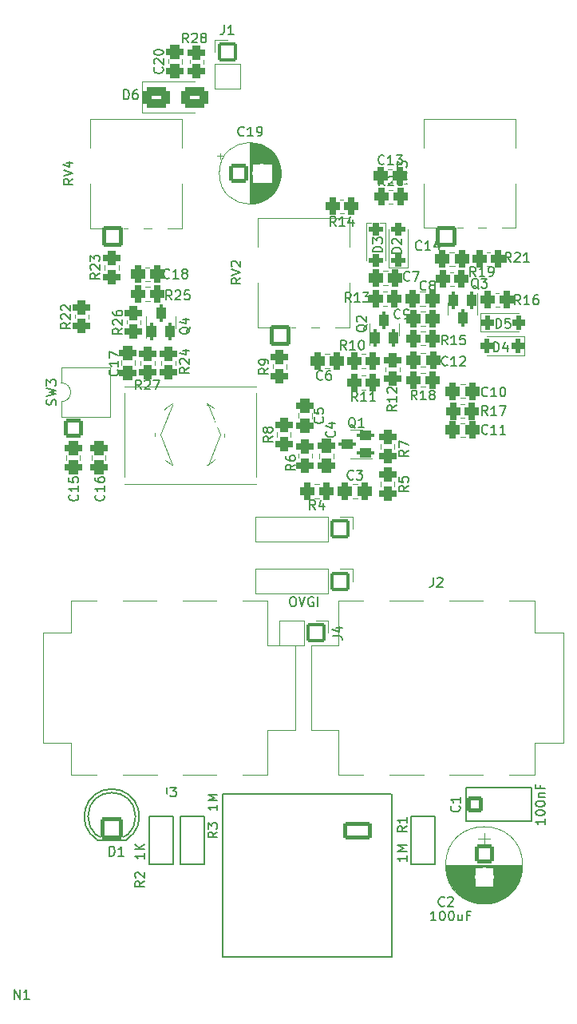
<source format=gbr>
%TF.GenerationSoftware,KiCad,Pcbnew,7.0.5-7.0.5~ubuntu22.04.1*%
%TF.CreationDate,2023-07-07T18:02:21+01:00*%
%TF.ProjectId,BMP,424d502e-6b69-4636-9164-5f7063625858,rev?*%
%TF.SameCoordinates,Original*%
%TF.FileFunction,Legend,Top*%
%TF.FilePolarity,Positive*%
%FSLAX46Y46*%
G04 Gerber Fmt 4.6, Leading zero omitted, Abs format (unit mm)*
G04 Created by KiCad (PCBNEW 7.0.5-7.0.5~ubuntu22.04.1) date 2023-07-07 18:02:21*
%MOMM*%
%LPD*%
G01*
G04 APERTURE LIST*
G04 Aperture macros list*
%AMRoundRect*
0 Rectangle with rounded corners*
0 $1 Rounding radius*
0 $2 $3 $4 $5 $6 $7 $8 $9 X,Y pos of 4 corners*
0 Add a 4 corners polygon primitive as box body*
4,1,4,$2,$3,$4,$5,$6,$7,$8,$9,$2,$3,0*
0 Add four circle primitives for the rounded corners*
1,1,$1+$1,$2,$3*
1,1,$1+$1,$4,$5*
1,1,$1+$1,$6,$7*
1,1,$1+$1,$8,$9*
0 Add four rect primitives between the rounded corners*
20,1,$1+$1,$2,$3,$4,$5,0*
20,1,$1+$1,$4,$5,$6,$7,0*
20,1,$1+$1,$6,$7,$8,$9,0*
20,1,$1+$1,$8,$9,$2,$3,0*%
G04 Aperture macros list end*
%ADD10C,0.150000*%
%ADD11C,0.120000*%
%ADD12R,2.600000X1.500000*%
%ADD13O,2.600000X1.500000*%
%ADD14R,2.000000X1.900000*%
%ADD15C,1.900000*%
%ADD16C,1.998980*%
%ADD17R,1.300000X1.300000*%
%ADD18C,1.300000*%
%ADD19RoundRect,0.200000X1.300000X0.750000X-1.300000X0.750000X-1.300000X-0.750000X1.300000X-0.750000X0*%
%ADD20O,3.000000X1.900000*%
%ADD21C,3.400000*%
%ADD22RoundRect,0.200000X-0.850000X-0.850000X0.850000X-0.850000X0.850000X0.850000X-0.850000X0.850000X0*%
%ADD23O,2.100000X2.100000*%
%ADD24RoundRect,0.200000X-0.850000X0.850000X-0.850000X-0.850000X0.850000X-0.850000X0.850000X0.850000X0*%
%ADD25RoundRect,0.200000X-0.800000X0.800000X-0.800000X-0.800000X0.800000X-0.800000X0.800000X0.800000X0*%
%ADD26C,2.000000*%
%ADD27RoundRect,0.200000X1.000000X0.950000X-1.000000X0.950000X-1.000000X-0.950000X1.000000X-0.950000X0*%
%ADD28C,2.300000*%
%ADD29C,2.398980*%
%ADD30RoundRect,0.200000X-0.650000X-0.650000X0.650000X-0.650000X0.650000X0.650000X-0.650000X0.650000X0*%
%ADD31C,1.700000*%
%ADD32RoundRect,0.450000X0.475000X-0.337500X0.475000X0.337500X-0.475000X0.337500X-0.475000X-0.337500X0*%
%ADD33RoundRect,0.450000X-0.475000X0.337500X-0.475000X-0.337500X0.475000X-0.337500X0.475000X0.337500X0*%
%ADD34RoundRect,0.450000X-0.337500X-0.475000X0.337500X-0.475000X0.337500X0.475000X-0.337500X0.475000X0*%
%ADD35RoundRect,0.450000X0.337500X0.475000X-0.337500X0.475000X-0.337500X-0.475000X0.337500X-0.475000X0*%
%ADD36O,3.120000X3.640000*%
%ADD37RoundRect,0.200000X0.900000X0.900000X-0.900000X0.900000X-0.900000X-0.900000X0.900000X-0.900000X0*%
%ADD38C,2.200000*%
%ADD39O,3.600000X4.800000*%
%ADD40RoundRect,0.450000X-1.000000X-0.650000X1.000000X-0.650000X1.000000X0.650000X-1.000000X0.650000X0*%
%ADD41RoundRect,0.450000X0.350000X0.450000X-0.350000X0.450000X-0.350000X-0.450000X0.350000X-0.450000X0*%
%ADD42RoundRect,0.350000X0.587500X0.150000X-0.587500X0.150000X-0.587500X-0.150000X0.587500X-0.150000X0*%
%ADD43RoundRect,0.200000X-0.800000X-0.800000X0.800000X-0.800000X0.800000X0.800000X-0.800000X0.800000X0*%
%ADD44RoundRect,0.450000X0.450000X-0.350000X0.450000X0.350000X-0.450000X0.350000X-0.450000X-0.350000X0*%
%ADD45RoundRect,0.450000X-0.350000X-0.450000X0.350000X-0.450000X0.350000X0.450000X-0.350000X0.450000X0*%
%ADD46RoundRect,0.425000X0.375000X-0.225000X0.375000X0.225000X-0.375000X0.225000X-0.375000X-0.225000X0*%
%ADD47RoundRect,0.450000X-0.450000X0.350000X-0.450000X-0.350000X0.450000X-0.350000X0.450000X0.350000X0*%
%ADD48RoundRect,0.425000X-0.225000X-0.375000X0.225000X-0.375000X0.225000X0.375000X-0.225000X0.375000X0*%
%ADD49RoundRect,0.425000X0.225000X0.375000X-0.225000X0.375000X-0.225000X-0.375000X0.225000X-0.375000X0*%
%ADD50RoundRect,0.350000X-0.150000X0.587500X-0.150000X-0.587500X0.150000X-0.587500X0.150000X0.587500X0*%
%ADD51RoundRect,0.200000X0.800000X-0.800000X0.800000X0.800000X-0.800000X0.800000X-0.800000X-0.800000X0*%
%ADD52O,2.000000X2.000000*%
%ADD53RoundRect,0.425000X-0.375000X0.225000X-0.375000X-0.225000X0.375000X-0.225000X0.375000X0.225000X0*%
%ADD54RoundRect,0.350000X0.150000X-0.587500X0.150000X0.587500X-0.150000X0.587500X-0.150000X-0.587500X0*%
G04 APERTURE END LIST*
D10*
%TO.C,J3*%
X128326666Y-133184819D02*
X128326666Y-133899104D01*
X128326666Y-133899104D02*
X128279047Y-134041961D01*
X128279047Y-134041961D02*
X128183809Y-134137200D01*
X128183809Y-134137200D02*
X128040952Y-134184819D01*
X128040952Y-134184819D02*
X127945714Y-134184819D01*
X128707619Y-133184819D02*
X129326666Y-133184819D01*
X129326666Y-133184819D02*
X128993333Y-133565771D01*
X128993333Y-133565771D02*
X129136190Y-133565771D01*
X129136190Y-133565771D02*
X129231428Y-133613390D01*
X129231428Y-133613390D02*
X129279047Y-133661009D01*
X129279047Y-133661009D02*
X129326666Y-133756247D01*
X129326666Y-133756247D02*
X129326666Y-133994342D01*
X129326666Y-133994342D02*
X129279047Y-134089580D01*
X129279047Y-134089580D02*
X129231428Y-134137200D01*
X129231428Y-134137200D02*
X129136190Y-134184819D01*
X129136190Y-134184819D02*
X128850476Y-134184819D01*
X128850476Y-134184819D02*
X128755238Y-134137200D01*
X128755238Y-134137200D02*
X128707619Y-134089580D01*
%TO.C,J1*%
X134426666Y-52384819D02*
X134426666Y-53099104D01*
X134426666Y-53099104D02*
X134379047Y-53241961D01*
X134379047Y-53241961D02*
X134283809Y-53337200D01*
X134283809Y-53337200D02*
X134140952Y-53384819D01*
X134140952Y-53384819D02*
X134045714Y-53384819D01*
X135426666Y-53384819D02*
X134855238Y-53384819D01*
X135140952Y-53384819D02*
X135140952Y-52384819D01*
X135140952Y-52384819D02*
X135045714Y-52527676D01*
X135045714Y-52527676D02*
X134950476Y-52622914D01*
X134950476Y-52622914D02*
X134855238Y-52670533D01*
%TO.C,JOVGI1*%
X141638095Y-113004819D02*
X141828571Y-113004819D01*
X141828571Y-113004819D02*
X141923809Y-113052438D01*
X141923809Y-113052438D02*
X142019047Y-113147676D01*
X142019047Y-113147676D02*
X142066666Y-113338152D01*
X142066666Y-113338152D02*
X142066666Y-113671485D01*
X142066666Y-113671485D02*
X142019047Y-113861961D01*
X142019047Y-113861961D02*
X141923809Y-113957200D01*
X141923809Y-113957200D02*
X141828571Y-114004819D01*
X141828571Y-114004819D02*
X141638095Y-114004819D01*
X141638095Y-114004819D02*
X141542857Y-113957200D01*
X141542857Y-113957200D02*
X141447619Y-113861961D01*
X141447619Y-113861961D02*
X141400000Y-113671485D01*
X141400000Y-113671485D02*
X141400000Y-113338152D01*
X141400000Y-113338152D02*
X141447619Y-113147676D01*
X141447619Y-113147676D02*
X141542857Y-113052438D01*
X141542857Y-113052438D02*
X141638095Y-113004819D01*
X142352381Y-113004819D02*
X142685714Y-114004819D01*
X142685714Y-114004819D02*
X143019047Y-113004819D01*
X143876190Y-113052438D02*
X143780952Y-113004819D01*
X143780952Y-113004819D02*
X143638095Y-113004819D01*
X143638095Y-113004819D02*
X143495238Y-113052438D01*
X143495238Y-113052438D02*
X143400000Y-113147676D01*
X143400000Y-113147676D02*
X143352381Y-113242914D01*
X143352381Y-113242914D02*
X143304762Y-113433390D01*
X143304762Y-113433390D02*
X143304762Y-113576247D01*
X143304762Y-113576247D02*
X143352381Y-113766723D01*
X143352381Y-113766723D02*
X143400000Y-113861961D01*
X143400000Y-113861961D02*
X143495238Y-113957200D01*
X143495238Y-113957200D02*
X143638095Y-114004819D01*
X143638095Y-114004819D02*
X143733333Y-114004819D01*
X143733333Y-114004819D02*
X143876190Y-113957200D01*
X143876190Y-113957200D02*
X143923809Y-113909580D01*
X143923809Y-113909580D02*
X143923809Y-113576247D01*
X143923809Y-113576247D02*
X143733333Y-113576247D01*
X144352381Y-114004819D02*
X144352381Y-113004819D01*
%TO.C,C2*%
X157783333Y-145709580D02*
X157735714Y-145757200D01*
X157735714Y-145757200D02*
X157592857Y-145804819D01*
X157592857Y-145804819D02*
X157497619Y-145804819D01*
X157497619Y-145804819D02*
X157354762Y-145757200D01*
X157354762Y-145757200D02*
X157259524Y-145661961D01*
X157259524Y-145661961D02*
X157211905Y-145566723D01*
X157211905Y-145566723D02*
X157164286Y-145376247D01*
X157164286Y-145376247D02*
X157164286Y-145233390D01*
X157164286Y-145233390D02*
X157211905Y-145042914D01*
X157211905Y-145042914D02*
X157259524Y-144947676D01*
X157259524Y-144947676D02*
X157354762Y-144852438D01*
X157354762Y-144852438D02*
X157497619Y-144804819D01*
X157497619Y-144804819D02*
X157592857Y-144804819D01*
X157592857Y-144804819D02*
X157735714Y-144852438D01*
X157735714Y-144852438D02*
X157783333Y-144900057D01*
X158164286Y-144900057D02*
X158211905Y-144852438D01*
X158211905Y-144852438D02*
X158307143Y-144804819D01*
X158307143Y-144804819D02*
X158545238Y-144804819D01*
X158545238Y-144804819D02*
X158640476Y-144852438D01*
X158640476Y-144852438D02*
X158688095Y-144900057D01*
X158688095Y-144900057D02*
X158735714Y-144995295D01*
X158735714Y-144995295D02*
X158735714Y-145090533D01*
X158735714Y-145090533D02*
X158688095Y-145233390D01*
X158688095Y-145233390D02*
X158116667Y-145804819D01*
X158116667Y-145804819D02*
X158735714Y-145804819D01*
X156902380Y-147304819D02*
X156330952Y-147304819D01*
X156616666Y-147304819D02*
X156616666Y-146304819D01*
X156616666Y-146304819D02*
X156521428Y-146447676D01*
X156521428Y-146447676D02*
X156426190Y-146542914D01*
X156426190Y-146542914D02*
X156330952Y-146590533D01*
X157521428Y-146304819D02*
X157616666Y-146304819D01*
X157616666Y-146304819D02*
X157711904Y-146352438D01*
X157711904Y-146352438D02*
X157759523Y-146400057D01*
X157759523Y-146400057D02*
X157807142Y-146495295D01*
X157807142Y-146495295D02*
X157854761Y-146685771D01*
X157854761Y-146685771D02*
X157854761Y-146923866D01*
X157854761Y-146923866D02*
X157807142Y-147114342D01*
X157807142Y-147114342D02*
X157759523Y-147209580D01*
X157759523Y-147209580D02*
X157711904Y-147257200D01*
X157711904Y-147257200D02*
X157616666Y-147304819D01*
X157616666Y-147304819D02*
X157521428Y-147304819D01*
X157521428Y-147304819D02*
X157426190Y-147257200D01*
X157426190Y-147257200D02*
X157378571Y-147209580D01*
X157378571Y-147209580D02*
X157330952Y-147114342D01*
X157330952Y-147114342D02*
X157283333Y-146923866D01*
X157283333Y-146923866D02*
X157283333Y-146685771D01*
X157283333Y-146685771D02*
X157330952Y-146495295D01*
X157330952Y-146495295D02*
X157378571Y-146400057D01*
X157378571Y-146400057D02*
X157426190Y-146352438D01*
X157426190Y-146352438D02*
X157521428Y-146304819D01*
X158473809Y-146304819D02*
X158569047Y-146304819D01*
X158569047Y-146304819D02*
X158664285Y-146352438D01*
X158664285Y-146352438D02*
X158711904Y-146400057D01*
X158711904Y-146400057D02*
X158759523Y-146495295D01*
X158759523Y-146495295D02*
X158807142Y-146685771D01*
X158807142Y-146685771D02*
X158807142Y-146923866D01*
X158807142Y-146923866D02*
X158759523Y-147114342D01*
X158759523Y-147114342D02*
X158711904Y-147209580D01*
X158711904Y-147209580D02*
X158664285Y-147257200D01*
X158664285Y-147257200D02*
X158569047Y-147304819D01*
X158569047Y-147304819D02*
X158473809Y-147304819D01*
X158473809Y-147304819D02*
X158378571Y-147257200D01*
X158378571Y-147257200D02*
X158330952Y-147209580D01*
X158330952Y-147209580D02*
X158283333Y-147114342D01*
X158283333Y-147114342D02*
X158235714Y-146923866D01*
X158235714Y-146923866D02*
X158235714Y-146685771D01*
X158235714Y-146685771D02*
X158283333Y-146495295D01*
X158283333Y-146495295D02*
X158330952Y-146400057D01*
X158330952Y-146400057D02*
X158378571Y-146352438D01*
X158378571Y-146352438D02*
X158473809Y-146304819D01*
X159664285Y-146638152D02*
X159664285Y-147304819D01*
X159235714Y-146638152D02*
X159235714Y-147161961D01*
X159235714Y-147161961D02*
X159283333Y-147257200D01*
X159283333Y-147257200D02*
X159378571Y-147304819D01*
X159378571Y-147304819D02*
X159521428Y-147304819D01*
X159521428Y-147304819D02*
X159616666Y-147257200D01*
X159616666Y-147257200D02*
X159664285Y-147209580D01*
X160473809Y-146781009D02*
X160140476Y-146781009D01*
X160140476Y-147304819D02*
X160140476Y-146304819D01*
X160140476Y-146304819D02*
X160616666Y-146304819D01*
%TO.C,D1*%
X122261905Y-140454819D02*
X122261905Y-139454819D01*
X122261905Y-139454819D02*
X122500000Y-139454819D01*
X122500000Y-139454819D02*
X122642857Y-139502438D01*
X122642857Y-139502438D02*
X122738095Y-139597676D01*
X122738095Y-139597676D02*
X122785714Y-139692914D01*
X122785714Y-139692914D02*
X122833333Y-139883390D01*
X122833333Y-139883390D02*
X122833333Y-140026247D01*
X122833333Y-140026247D02*
X122785714Y-140216723D01*
X122785714Y-140216723D02*
X122738095Y-140311961D01*
X122738095Y-140311961D02*
X122642857Y-140407200D01*
X122642857Y-140407200D02*
X122500000Y-140454819D01*
X122500000Y-140454819D02*
X122261905Y-140454819D01*
X123785714Y-140454819D02*
X123214286Y-140454819D01*
X123500000Y-140454819D02*
X123500000Y-139454819D01*
X123500000Y-139454819D02*
X123404762Y-139597676D01*
X123404762Y-139597676D02*
X123309524Y-139692914D01*
X123309524Y-139692914D02*
X123214286Y-139740533D01*
%TO.C,R1*%
X153804819Y-137316666D02*
X153328628Y-137649999D01*
X153804819Y-137888094D02*
X152804819Y-137888094D01*
X152804819Y-137888094D02*
X152804819Y-137507142D01*
X152804819Y-137507142D02*
X152852438Y-137411904D01*
X152852438Y-137411904D02*
X152900057Y-137364285D01*
X152900057Y-137364285D02*
X152995295Y-137316666D01*
X152995295Y-137316666D02*
X153138152Y-137316666D01*
X153138152Y-137316666D02*
X153233390Y-137364285D01*
X153233390Y-137364285D02*
X153281009Y-137411904D01*
X153281009Y-137411904D02*
X153328628Y-137507142D01*
X153328628Y-137507142D02*
X153328628Y-137888094D01*
X153804819Y-136364285D02*
X153804819Y-136935713D01*
X153804819Y-136649999D02*
X152804819Y-136649999D01*
X152804819Y-136649999D02*
X152947676Y-136745237D01*
X152947676Y-136745237D02*
X153042914Y-136840475D01*
X153042914Y-136840475D02*
X153090533Y-136935713D01*
X153804819Y-140435714D02*
X153804819Y-141007142D01*
X153804819Y-140721428D02*
X152804819Y-140721428D01*
X152804819Y-140721428D02*
X152947676Y-140816666D01*
X152947676Y-140816666D02*
X153042914Y-140911904D01*
X153042914Y-140911904D02*
X153090533Y-141007142D01*
X153804819Y-140007142D02*
X152804819Y-140007142D01*
X152804819Y-140007142D02*
X153519104Y-139673809D01*
X153519104Y-139673809D02*
X152804819Y-139340476D01*
X152804819Y-139340476D02*
X153804819Y-139340476D01*
%TO.C,R2*%
X125964819Y-143146666D02*
X125488628Y-143479999D01*
X125964819Y-143718094D02*
X124964819Y-143718094D01*
X124964819Y-143718094D02*
X124964819Y-143337142D01*
X124964819Y-143337142D02*
X125012438Y-143241904D01*
X125012438Y-143241904D02*
X125060057Y-143194285D01*
X125060057Y-143194285D02*
X125155295Y-143146666D01*
X125155295Y-143146666D02*
X125298152Y-143146666D01*
X125298152Y-143146666D02*
X125393390Y-143194285D01*
X125393390Y-143194285D02*
X125441009Y-143241904D01*
X125441009Y-143241904D02*
X125488628Y-143337142D01*
X125488628Y-143337142D02*
X125488628Y-143718094D01*
X125060057Y-142765713D02*
X125012438Y-142718094D01*
X125012438Y-142718094D02*
X124964819Y-142622856D01*
X124964819Y-142622856D02*
X124964819Y-142384761D01*
X124964819Y-142384761D02*
X125012438Y-142289523D01*
X125012438Y-142289523D02*
X125060057Y-142241904D01*
X125060057Y-142241904D02*
X125155295Y-142194285D01*
X125155295Y-142194285D02*
X125250533Y-142194285D01*
X125250533Y-142194285D02*
X125393390Y-142241904D01*
X125393390Y-142241904D02*
X125964819Y-142813332D01*
X125964819Y-142813332D02*
X125964819Y-142194285D01*
X125964819Y-140194285D02*
X125964819Y-140765713D01*
X125964819Y-140479999D02*
X124964819Y-140479999D01*
X124964819Y-140479999D02*
X125107676Y-140575237D01*
X125107676Y-140575237D02*
X125202914Y-140670475D01*
X125202914Y-140670475D02*
X125250533Y-140765713D01*
X125964819Y-139765713D02*
X124964819Y-139765713D01*
X125964819Y-139194285D02*
X125393390Y-139622856D01*
X124964819Y-139194285D02*
X125536247Y-139765713D01*
%TO.C,R3*%
X133714819Y-137916666D02*
X133238628Y-138249999D01*
X133714819Y-138488094D02*
X132714819Y-138488094D01*
X132714819Y-138488094D02*
X132714819Y-138107142D01*
X132714819Y-138107142D02*
X132762438Y-138011904D01*
X132762438Y-138011904D02*
X132810057Y-137964285D01*
X132810057Y-137964285D02*
X132905295Y-137916666D01*
X132905295Y-137916666D02*
X133048152Y-137916666D01*
X133048152Y-137916666D02*
X133143390Y-137964285D01*
X133143390Y-137964285D02*
X133191009Y-138011904D01*
X133191009Y-138011904D02*
X133238628Y-138107142D01*
X133238628Y-138107142D02*
X133238628Y-138488094D01*
X132714819Y-137583332D02*
X132714819Y-136964285D01*
X132714819Y-136964285D02*
X133095771Y-137297618D01*
X133095771Y-137297618D02*
X133095771Y-137154761D01*
X133095771Y-137154761D02*
X133143390Y-137059523D01*
X133143390Y-137059523D02*
X133191009Y-137011904D01*
X133191009Y-137011904D02*
X133286247Y-136964285D01*
X133286247Y-136964285D02*
X133524342Y-136964285D01*
X133524342Y-136964285D02*
X133619580Y-137011904D01*
X133619580Y-137011904D02*
X133667200Y-137059523D01*
X133667200Y-137059523D02*
X133714819Y-137154761D01*
X133714819Y-137154761D02*
X133714819Y-137440475D01*
X133714819Y-137440475D02*
X133667200Y-137535713D01*
X133667200Y-137535713D02*
X133619580Y-137583332D01*
X133714819Y-135035714D02*
X133714819Y-135607142D01*
X133714819Y-135321428D02*
X132714819Y-135321428D01*
X132714819Y-135321428D02*
X132857676Y-135416666D01*
X132857676Y-135416666D02*
X132952914Y-135511904D01*
X132952914Y-135511904D02*
X133000533Y-135607142D01*
X133714819Y-134607142D02*
X132714819Y-134607142D01*
X132714819Y-134607142D02*
X133429104Y-134273809D01*
X133429104Y-134273809D02*
X132714819Y-133940476D01*
X132714819Y-133940476D02*
X133714819Y-133940476D01*
%TO.C,C1*%
X159359580Y-135166666D02*
X159407200Y-135214285D01*
X159407200Y-135214285D02*
X159454819Y-135357142D01*
X159454819Y-135357142D02*
X159454819Y-135452380D01*
X159454819Y-135452380D02*
X159407200Y-135595237D01*
X159407200Y-135595237D02*
X159311961Y-135690475D01*
X159311961Y-135690475D02*
X159216723Y-135738094D01*
X159216723Y-135738094D02*
X159026247Y-135785713D01*
X159026247Y-135785713D02*
X158883390Y-135785713D01*
X158883390Y-135785713D02*
X158692914Y-135738094D01*
X158692914Y-135738094D02*
X158597676Y-135690475D01*
X158597676Y-135690475D02*
X158502438Y-135595237D01*
X158502438Y-135595237D02*
X158454819Y-135452380D01*
X158454819Y-135452380D02*
X158454819Y-135357142D01*
X158454819Y-135357142D02*
X158502438Y-135214285D01*
X158502438Y-135214285D02*
X158550057Y-135166666D01*
X159454819Y-134214285D02*
X159454819Y-134785713D01*
X159454819Y-134499999D02*
X158454819Y-134499999D01*
X158454819Y-134499999D02*
X158597676Y-134595237D01*
X158597676Y-134595237D02*
X158692914Y-134690475D01*
X158692914Y-134690475D02*
X158740533Y-134785713D01*
X168454819Y-136547619D02*
X168454819Y-137119047D01*
X168454819Y-136833333D02*
X167454819Y-136833333D01*
X167454819Y-136833333D02*
X167597676Y-136928571D01*
X167597676Y-136928571D02*
X167692914Y-137023809D01*
X167692914Y-137023809D02*
X167740533Y-137119047D01*
X167454819Y-135928571D02*
X167454819Y-135833333D01*
X167454819Y-135833333D02*
X167502438Y-135738095D01*
X167502438Y-135738095D02*
X167550057Y-135690476D01*
X167550057Y-135690476D02*
X167645295Y-135642857D01*
X167645295Y-135642857D02*
X167835771Y-135595238D01*
X167835771Y-135595238D02*
X168073866Y-135595238D01*
X168073866Y-135595238D02*
X168264342Y-135642857D01*
X168264342Y-135642857D02*
X168359580Y-135690476D01*
X168359580Y-135690476D02*
X168407200Y-135738095D01*
X168407200Y-135738095D02*
X168454819Y-135833333D01*
X168454819Y-135833333D02*
X168454819Y-135928571D01*
X168454819Y-135928571D02*
X168407200Y-136023809D01*
X168407200Y-136023809D02*
X168359580Y-136071428D01*
X168359580Y-136071428D02*
X168264342Y-136119047D01*
X168264342Y-136119047D02*
X168073866Y-136166666D01*
X168073866Y-136166666D02*
X167835771Y-136166666D01*
X167835771Y-136166666D02*
X167645295Y-136119047D01*
X167645295Y-136119047D02*
X167550057Y-136071428D01*
X167550057Y-136071428D02*
X167502438Y-136023809D01*
X167502438Y-136023809D02*
X167454819Y-135928571D01*
X167454819Y-134976190D02*
X167454819Y-134880952D01*
X167454819Y-134880952D02*
X167502438Y-134785714D01*
X167502438Y-134785714D02*
X167550057Y-134738095D01*
X167550057Y-134738095D02*
X167645295Y-134690476D01*
X167645295Y-134690476D02*
X167835771Y-134642857D01*
X167835771Y-134642857D02*
X168073866Y-134642857D01*
X168073866Y-134642857D02*
X168264342Y-134690476D01*
X168264342Y-134690476D02*
X168359580Y-134738095D01*
X168359580Y-134738095D02*
X168407200Y-134785714D01*
X168407200Y-134785714D02*
X168454819Y-134880952D01*
X168454819Y-134880952D02*
X168454819Y-134976190D01*
X168454819Y-134976190D02*
X168407200Y-135071428D01*
X168407200Y-135071428D02*
X168359580Y-135119047D01*
X168359580Y-135119047D02*
X168264342Y-135166666D01*
X168264342Y-135166666D02*
X168073866Y-135214285D01*
X168073866Y-135214285D02*
X167835771Y-135214285D01*
X167835771Y-135214285D02*
X167645295Y-135166666D01*
X167645295Y-135166666D02*
X167550057Y-135119047D01*
X167550057Y-135119047D02*
X167502438Y-135071428D01*
X167502438Y-135071428D02*
X167454819Y-134976190D01*
X167788152Y-134214285D02*
X168454819Y-134214285D01*
X167883390Y-134214285D02*
X167835771Y-134166666D01*
X167835771Y-134166666D02*
X167788152Y-134071428D01*
X167788152Y-134071428D02*
X167788152Y-133928571D01*
X167788152Y-133928571D02*
X167835771Y-133833333D01*
X167835771Y-133833333D02*
X167931009Y-133785714D01*
X167931009Y-133785714D02*
X168454819Y-133785714D01*
X167931009Y-132976190D02*
X167931009Y-133309523D01*
X168454819Y-133309523D02*
X167454819Y-133309523D01*
X167454819Y-133309523D02*
X167454819Y-132833333D01*
%TO.C,J4*%
X145924819Y-117143333D02*
X146639104Y-117143333D01*
X146639104Y-117143333D02*
X146781961Y-117190952D01*
X146781961Y-117190952D02*
X146877200Y-117286190D01*
X146877200Y-117286190D02*
X146924819Y-117429047D01*
X146924819Y-117429047D02*
X146924819Y-117524285D01*
X146258152Y-116238571D02*
X146924819Y-116238571D01*
X145877200Y-116476666D02*
X146591485Y-116714761D01*
X146591485Y-116714761D02*
X146591485Y-116095714D01*
%TO.C,J2*%
X156591666Y-110954819D02*
X156591666Y-111669104D01*
X156591666Y-111669104D02*
X156544047Y-111811961D01*
X156544047Y-111811961D02*
X156448809Y-111907200D01*
X156448809Y-111907200D02*
X156305952Y-111954819D01*
X156305952Y-111954819D02*
X156210714Y-111954819D01*
X157020238Y-111050057D02*
X157067857Y-111002438D01*
X157067857Y-111002438D02*
X157163095Y-110954819D01*
X157163095Y-110954819D02*
X157401190Y-110954819D01*
X157401190Y-110954819D02*
X157496428Y-111002438D01*
X157496428Y-111002438D02*
X157544047Y-111050057D01*
X157544047Y-111050057D02*
X157591666Y-111145295D01*
X157591666Y-111145295D02*
X157591666Y-111240533D01*
X157591666Y-111240533D02*
X157544047Y-111383390D01*
X157544047Y-111383390D02*
X156972619Y-111954819D01*
X156972619Y-111954819D02*
X157591666Y-111954819D01*
%TO.C,C16*%
X121619580Y-102192857D02*
X121667200Y-102240476D01*
X121667200Y-102240476D02*
X121714819Y-102383333D01*
X121714819Y-102383333D02*
X121714819Y-102478571D01*
X121714819Y-102478571D02*
X121667200Y-102621428D01*
X121667200Y-102621428D02*
X121571961Y-102716666D01*
X121571961Y-102716666D02*
X121476723Y-102764285D01*
X121476723Y-102764285D02*
X121286247Y-102811904D01*
X121286247Y-102811904D02*
X121143390Y-102811904D01*
X121143390Y-102811904D02*
X120952914Y-102764285D01*
X120952914Y-102764285D02*
X120857676Y-102716666D01*
X120857676Y-102716666D02*
X120762438Y-102621428D01*
X120762438Y-102621428D02*
X120714819Y-102478571D01*
X120714819Y-102478571D02*
X120714819Y-102383333D01*
X120714819Y-102383333D02*
X120762438Y-102240476D01*
X120762438Y-102240476D02*
X120810057Y-102192857D01*
X121714819Y-101240476D02*
X121714819Y-101811904D01*
X121714819Y-101526190D02*
X120714819Y-101526190D01*
X120714819Y-101526190D02*
X120857676Y-101621428D01*
X120857676Y-101621428D02*
X120952914Y-101716666D01*
X120952914Y-101716666D02*
X121000533Y-101811904D01*
X120714819Y-100383333D02*
X120714819Y-100573809D01*
X120714819Y-100573809D02*
X120762438Y-100669047D01*
X120762438Y-100669047D02*
X120810057Y-100716666D01*
X120810057Y-100716666D02*
X120952914Y-100811904D01*
X120952914Y-100811904D02*
X121143390Y-100859523D01*
X121143390Y-100859523D02*
X121524342Y-100859523D01*
X121524342Y-100859523D02*
X121619580Y-100811904D01*
X121619580Y-100811904D02*
X121667200Y-100764285D01*
X121667200Y-100764285D02*
X121714819Y-100669047D01*
X121714819Y-100669047D02*
X121714819Y-100478571D01*
X121714819Y-100478571D02*
X121667200Y-100383333D01*
X121667200Y-100383333D02*
X121619580Y-100335714D01*
X121619580Y-100335714D02*
X121524342Y-100288095D01*
X121524342Y-100288095D02*
X121286247Y-100288095D01*
X121286247Y-100288095D02*
X121191009Y-100335714D01*
X121191009Y-100335714D02*
X121143390Y-100383333D01*
X121143390Y-100383333D02*
X121095771Y-100478571D01*
X121095771Y-100478571D02*
X121095771Y-100669047D01*
X121095771Y-100669047D02*
X121143390Y-100764285D01*
X121143390Y-100764285D02*
X121191009Y-100811904D01*
X121191009Y-100811904D02*
X121286247Y-100859523D01*
%TO.C,C17*%
X123119580Y-88942857D02*
X123167200Y-88990476D01*
X123167200Y-88990476D02*
X123214819Y-89133333D01*
X123214819Y-89133333D02*
X123214819Y-89228571D01*
X123214819Y-89228571D02*
X123167200Y-89371428D01*
X123167200Y-89371428D02*
X123071961Y-89466666D01*
X123071961Y-89466666D02*
X122976723Y-89514285D01*
X122976723Y-89514285D02*
X122786247Y-89561904D01*
X122786247Y-89561904D02*
X122643390Y-89561904D01*
X122643390Y-89561904D02*
X122452914Y-89514285D01*
X122452914Y-89514285D02*
X122357676Y-89466666D01*
X122357676Y-89466666D02*
X122262438Y-89371428D01*
X122262438Y-89371428D02*
X122214819Y-89228571D01*
X122214819Y-89228571D02*
X122214819Y-89133333D01*
X122214819Y-89133333D02*
X122262438Y-88990476D01*
X122262438Y-88990476D02*
X122310057Y-88942857D01*
X123214819Y-87990476D02*
X123214819Y-88561904D01*
X123214819Y-88276190D02*
X122214819Y-88276190D01*
X122214819Y-88276190D02*
X122357676Y-88371428D01*
X122357676Y-88371428D02*
X122452914Y-88466666D01*
X122452914Y-88466666D02*
X122500533Y-88561904D01*
X122214819Y-87657142D02*
X122214819Y-86990476D01*
X122214819Y-86990476D02*
X123214819Y-87419047D01*
%TO.C,C6*%
X144843333Y-89909580D02*
X144795714Y-89957200D01*
X144795714Y-89957200D02*
X144652857Y-90004819D01*
X144652857Y-90004819D02*
X144557619Y-90004819D01*
X144557619Y-90004819D02*
X144414762Y-89957200D01*
X144414762Y-89957200D02*
X144319524Y-89861961D01*
X144319524Y-89861961D02*
X144271905Y-89766723D01*
X144271905Y-89766723D02*
X144224286Y-89576247D01*
X144224286Y-89576247D02*
X144224286Y-89433390D01*
X144224286Y-89433390D02*
X144271905Y-89242914D01*
X144271905Y-89242914D02*
X144319524Y-89147676D01*
X144319524Y-89147676D02*
X144414762Y-89052438D01*
X144414762Y-89052438D02*
X144557619Y-89004819D01*
X144557619Y-89004819D02*
X144652857Y-89004819D01*
X144652857Y-89004819D02*
X144795714Y-89052438D01*
X144795714Y-89052438D02*
X144843333Y-89100057D01*
X145700476Y-89004819D02*
X145510000Y-89004819D01*
X145510000Y-89004819D02*
X145414762Y-89052438D01*
X145414762Y-89052438D02*
X145367143Y-89100057D01*
X145367143Y-89100057D02*
X145271905Y-89242914D01*
X145271905Y-89242914D02*
X145224286Y-89433390D01*
X145224286Y-89433390D02*
X145224286Y-89814342D01*
X145224286Y-89814342D02*
X145271905Y-89909580D01*
X145271905Y-89909580D02*
X145319524Y-89957200D01*
X145319524Y-89957200D02*
X145414762Y-90004819D01*
X145414762Y-90004819D02*
X145605238Y-90004819D01*
X145605238Y-90004819D02*
X145700476Y-89957200D01*
X145700476Y-89957200D02*
X145748095Y-89909580D01*
X145748095Y-89909580D02*
X145795714Y-89814342D01*
X145795714Y-89814342D02*
X145795714Y-89576247D01*
X145795714Y-89576247D02*
X145748095Y-89481009D01*
X145748095Y-89481009D02*
X145700476Y-89433390D01*
X145700476Y-89433390D02*
X145605238Y-89385771D01*
X145605238Y-89385771D02*
X145414762Y-89385771D01*
X145414762Y-89385771D02*
X145319524Y-89433390D01*
X145319524Y-89433390D02*
X145271905Y-89481009D01*
X145271905Y-89481009D02*
X145224286Y-89576247D01*
%TO.C,C14*%
X155367142Y-76159580D02*
X155319523Y-76207200D01*
X155319523Y-76207200D02*
X155176666Y-76254819D01*
X155176666Y-76254819D02*
X155081428Y-76254819D01*
X155081428Y-76254819D02*
X154938571Y-76207200D01*
X154938571Y-76207200D02*
X154843333Y-76111961D01*
X154843333Y-76111961D02*
X154795714Y-76016723D01*
X154795714Y-76016723D02*
X154748095Y-75826247D01*
X154748095Y-75826247D02*
X154748095Y-75683390D01*
X154748095Y-75683390D02*
X154795714Y-75492914D01*
X154795714Y-75492914D02*
X154843333Y-75397676D01*
X154843333Y-75397676D02*
X154938571Y-75302438D01*
X154938571Y-75302438D02*
X155081428Y-75254819D01*
X155081428Y-75254819D02*
X155176666Y-75254819D01*
X155176666Y-75254819D02*
X155319523Y-75302438D01*
X155319523Y-75302438D02*
X155367142Y-75350057D01*
X156319523Y-76254819D02*
X155748095Y-76254819D01*
X156033809Y-76254819D02*
X156033809Y-75254819D01*
X156033809Y-75254819D02*
X155938571Y-75397676D01*
X155938571Y-75397676D02*
X155843333Y-75492914D01*
X155843333Y-75492914D02*
X155748095Y-75540533D01*
X157176666Y-75588152D02*
X157176666Y-76254819D01*
X156938571Y-75207200D02*
X156700476Y-75921485D01*
X156700476Y-75921485D02*
X157319523Y-75921485D01*
%TO.C,RV2*%
X136164819Y-79215238D02*
X135688628Y-79548571D01*
X136164819Y-79786666D02*
X135164819Y-79786666D01*
X135164819Y-79786666D02*
X135164819Y-79405714D01*
X135164819Y-79405714D02*
X135212438Y-79310476D01*
X135212438Y-79310476D02*
X135260057Y-79262857D01*
X135260057Y-79262857D02*
X135355295Y-79215238D01*
X135355295Y-79215238D02*
X135498152Y-79215238D01*
X135498152Y-79215238D02*
X135593390Y-79262857D01*
X135593390Y-79262857D02*
X135641009Y-79310476D01*
X135641009Y-79310476D02*
X135688628Y-79405714D01*
X135688628Y-79405714D02*
X135688628Y-79786666D01*
X135164819Y-78929523D02*
X136164819Y-78596190D01*
X136164819Y-78596190D02*
X135164819Y-78262857D01*
X135260057Y-77977142D02*
X135212438Y-77929523D01*
X135212438Y-77929523D02*
X135164819Y-77834285D01*
X135164819Y-77834285D02*
X135164819Y-77596190D01*
X135164819Y-77596190D02*
X135212438Y-77500952D01*
X135212438Y-77500952D02*
X135260057Y-77453333D01*
X135260057Y-77453333D02*
X135355295Y-77405714D01*
X135355295Y-77405714D02*
X135450533Y-77405714D01*
X135450533Y-77405714D02*
X135593390Y-77453333D01*
X135593390Y-77453333D02*
X136164819Y-78024761D01*
X136164819Y-78024761D02*
X136164819Y-77405714D01*
%TO.C,D6*%
X123771905Y-60254819D02*
X123771905Y-59254819D01*
X123771905Y-59254819D02*
X124010000Y-59254819D01*
X124010000Y-59254819D02*
X124152857Y-59302438D01*
X124152857Y-59302438D02*
X124248095Y-59397676D01*
X124248095Y-59397676D02*
X124295714Y-59492914D01*
X124295714Y-59492914D02*
X124343333Y-59683390D01*
X124343333Y-59683390D02*
X124343333Y-59826247D01*
X124343333Y-59826247D02*
X124295714Y-60016723D01*
X124295714Y-60016723D02*
X124248095Y-60111961D01*
X124248095Y-60111961D02*
X124152857Y-60207200D01*
X124152857Y-60207200D02*
X124010000Y-60254819D01*
X124010000Y-60254819D02*
X123771905Y-60254819D01*
X125200476Y-59254819D02*
X125010000Y-59254819D01*
X125010000Y-59254819D02*
X124914762Y-59302438D01*
X124914762Y-59302438D02*
X124867143Y-59350057D01*
X124867143Y-59350057D02*
X124771905Y-59492914D01*
X124771905Y-59492914D02*
X124724286Y-59683390D01*
X124724286Y-59683390D02*
X124724286Y-60064342D01*
X124724286Y-60064342D02*
X124771905Y-60159580D01*
X124771905Y-60159580D02*
X124819524Y-60207200D01*
X124819524Y-60207200D02*
X124914762Y-60254819D01*
X124914762Y-60254819D02*
X125105238Y-60254819D01*
X125105238Y-60254819D02*
X125200476Y-60207200D01*
X125200476Y-60207200D02*
X125248095Y-60159580D01*
X125248095Y-60159580D02*
X125295714Y-60064342D01*
X125295714Y-60064342D02*
X125295714Y-59826247D01*
X125295714Y-59826247D02*
X125248095Y-59731009D01*
X125248095Y-59731009D02*
X125200476Y-59683390D01*
X125200476Y-59683390D02*
X125105238Y-59635771D01*
X125105238Y-59635771D02*
X124914762Y-59635771D01*
X124914762Y-59635771D02*
X124819524Y-59683390D01*
X124819524Y-59683390D02*
X124771905Y-59731009D01*
X124771905Y-59731009D02*
X124724286Y-59826247D01*
%TO.C,C12*%
X158117142Y-88409580D02*
X158069523Y-88457200D01*
X158069523Y-88457200D02*
X157926666Y-88504819D01*
X157926666Y-88504819D02*
X157831428Y-88504819D01*
X157831428Y-88504819D02*
X157688571Y-88457200D01*
X157688571Y-88457200D02*
X157593333Y-88361961D01*
X157593333Y-88361961D02*
X157545714Y-88266723D01*
X157545714Y-88266723D02*
X157498095Y-88076247D01*
X157498095Y-88076247D02*
X157498095Y-87933390D01*
X157498095Y-87933390D02*
X157545714Y-87742914D01*
X157545714Y-87742914D02*
X157593333Y-87647676D01*
X157593333Y-87647676D02*
X157688571Y-87552438D01*
X157688571Y-87552438D02*
X157831428Y-87504819D01*
X157831428Y-87504819D02*
X157926666Y-87504819D01*
X157926666Y-87504819D02*
X158069523Y-87552438D01*
X158069523Y-87552438D02*
X158117142Y-87600057D01*
X159069523Y-88504819D02*
X158498095Y-88504819D01*
X158783809Y-88504819D02*
X158783809Y-87504819D01*
X158783809Y-87504819D02*
X158688571Y-87647676D01*
X158688571Y-87647676D02*
X158593333Y-87742914D01*
X158593333Y-87742914D02*
X158498095Y-87790533D01*
X159450476Y-87600057D02*
X159498095Y-87552438D01*
X159498095Y-87552438D02*
X159593333Y-87504819D01*
X159593333Y-87504819D02*
X159831428Y-87504819D01*
X159831428Y-87504819D02*
X159926666Y-87552438D01*
X159926666Y-87552438D02*
X159974285Y-87600057D01*
X159974285Y-87600057D02*
X160021904Y-87695295D01*
X160021904Y-87695295D02*
X160021904Y-87790533D01*
X160021904Y-87790533D02*
X159974285Y-87933390D01*
X159974285Y-87933390D02*
X159402857Y-88504819D01*
X159402857Y-88504819D02*
X160021904Y-88504819D01*
%TO.C,R17*%
X162367142Y-93754819D02*
X162033809Y-93278628D01*
X161795714Y-93754819D02*
X161795714Y-92754819D01*
X161795714Y-92754819D02*
X162176666Y-92754819D01*
X162176666Y-92754819D02*
X162271904Y-92802438D01*
X162271904Y-92802438D02*
X162319523Y-92850057D01*
X162319523Y-92850057D02*
X162367142Y-92945295D01*
X162367142Y-92945295D02*
X162367142Y-93088152D01*
X162367142Y-93088152D02*
X162319523Y-93183390D01*
X162319523Y-93183390D02*
X162271904Y-93231009D01*
X162271904Y-93231009D02*
X162176666Y-93278628D01*
X162176666Y-93278628D02*
X161795714Y-93278628D01*
X163319523Y-93754819D02*
X162748095Y-93754819D01*
X163033809Y-93754819D02*
X163033809Y-92754819D01*
X163033809Y-92754819D02*
X162938571Y-92897676D01*
X162938571Y-92897676D02*
X162843333Y-92992914D01*
X162843333Y-92992914D02*
X162748095Y-93040533D01*
X163652857Y-92754819D02*
X164319523Y-92754819D01*
X164319523Y-92754819D02*
X163890952Y-93754819D01*
%TO.C,Q1*%
X148352261Y-95100057D02*
X148257023Y-95052438D01*
X148257023Y-95052438D02*
X148161785Y-94957200D01*
X148161785Y-94957200D02*
X148018928Y-94814342D01*
X148018928Y-94814342D02*
X147923690Y-94766723D01*
X147923690Y-94766723D02*
X147828452Y-94766723D01*
X147876071Y-95004819D02*
X147780833Y-94957200D01*
X147780833Y-94957200D02*
X147685595Y-94861961D01*
X147685595Y-94861961D02*
X147637976Y-94671485D01*
X147637976Y-94671485D02*
X147637976Y-94338152D01*
X147637976Y-94338152D02*
X147685595Y-94147676D01*
X147685595Y-94147676D02*
X147780833Y-94052438D01*
X147780833Y-94052438D02*
X147876071Y-94004819D01*
X147876071Y-94004819D02*
X148066547Y-94004819D01*
X148066547Y-94004819D02*
X148161785Y-94052438D01*
X148161785Y-94052438D02*
X148257023Y-94147676D01*
X148257023Y-94147676D02*
X148304642Y-94338152D01*
X148304642Y-94338152D02*
X148304642Y-94671485D01*
X148304642Y-94671485D02*
X148257023Y-94861961D01*
X148257023Y-94861961D02*
X148161785Y-94957200D01*
X148161785Y-94957200D02*
X148066547Y-95004819D01*
X148066547Y-95004819D02*
X147876071Y-95004819D01*
X149257023Y-95004819D02*
X148685595Y-95004819D01*
X148971309Y-95004819D02*
X148971309Y-94004819D01*
X148971309Y-94004819D02*
X148876071Y-94147676D01*
X148876071Y-94147676D02*
X148780833Y-94242914D01*
X148780833Y-94242914D02*
X148685595Y-94290533D01*
%TO.C,C7*%
X154093333Y-79409580D02*
X154045714Y-79457200D01*
X154045714Y-79457200D02*
X153902857Y-79504819D01*
X153902857Y-79504819D02*
X153807619Y-79504819D01*
X153807619Y-79504819D02*
X153664762Y-79457200D01*
X153664762Y-79457200D02*
X153569524Y-79361961D01*
X153569524Y-79361961D02*
X153521905Y-79266723D01*
X153521905Y-79266723D02*
X153474286Y-79076247D01*
X153474286Y-79076247D02*
X153474286Y-78933390D01*
X153474286Y-78933390D02*
X153521905Y-78742914D01*
X153521905Y-78742914D02*
X153569524Y-78647676D01*
X153569524Y-78647676D02*
X153664762Y-78552438D01*
X153664762Y-78552438D02*
X153807619Y-78504819D01*
X153807619Y-78504819D02*
X153902857Y-78504819D01*
X153902857Y-78504819D02*
X154045714Y-78552438D01*
X154045714Y-78552438D02*
X154093333Y-78600057D01*
X154426667Y-78504819D02*
X155093333Y-78504819D01*
X155093333Y-78504819D02*
X154664762Y-79504819D01*
%TO.C,C19*%
X136534763Y-64059580D02*
X136487144Y-64107200D01*
X136487144Y-64107200D02*
X136344287Y-64154819D01*
X136344287Y-64154819D02*
X136249049Y-64154819D01*
X136249049Y-64154819D02*
X136106192Y-64107200D01*
X136106192Y-64107200D02*
X136010954Y-64011961D01*
X136010954Y-64011961D02*
X135963335Y-63916723D01*
X135963335Y-63916723D02*
X135915716Y-63726247D01*
X135915716Y-63726247D02*
X135915716Y-63583390D01*
X135915716Y-63583390D02*
X135963335Y-63392914D01*
X135963335Y-63392914D02*
X136010954Y-63297676D01*
X136010954Y-63297676D02*
X136106192Y-63202438D01*
X136106192Y-63202438D02*
X136249049Y-63154819D01*
X136249049Y-63154819D02*
X136344287Y-63154819D01*
X136344287Y-63154819D02*
X136487144Y-63202438D01*
X136487144Y-63202438D02*
X136534763Y-63250057D01*
X137487144Y-64154819D02*
X136915716Y-64154819D01*
X137201430Y-64154819D02*
X137201430Y-63154819D01*
X137201430Y-63154819D02*
X137106192Y-63297676D01*
X137106192Y-63297676D02*
X137010954Y-63392914D01*
X137010954Y-63392914D02*
X136915716Y-63440533D01*
X137963335Y-64154819D02*
X138153811Y-64154819D01*
X138153811Y-64154819D02*
X138249049Y-64107200D01*
X138249049Y-64107200D02*
X138296668Y-64059580D01*
X138296668Y-64059580D02*
X138391906Y-63916723D01*
X138391906Y-63916723D02*
X138439525Y-63726247D01*
X138439525Y-63726247D02*
X138439525Y-63345295D01*
X138439525Y-63345295D02*
X138391906Y-63250057D01*
X138391906Y-63250057D02*
X138344287Y-63202438D01*
X138344287Y-63202438D02*
X138249049Y-63154819D01*
X138249049Y-63154819D02*
X138058573Y-63154819D01*
X138058573Y-63154819D02*
X137963335Y-63202438D01*
X137963335Y-63202438D02*
X137915716Y-63250057D01*
X137915716Y-63250057D02*
X137868097Y-63345295D01*
X137868097Y-63345295D02*
X137868097Y-63583390D01*
X137868097Y-63583390D02*
X137915716Y-63678628D01*
X137915716Y-63678628D02*
X137963335Y-63726247D01*
X137963335Y-63726247D02*
X138058573Y-63773866D01*
X138058573Y-63773866D02*
X138249049Y-63773866D01*
X138249049Y-63773866D02*
X138344287Y-63726247D01*
X138344287Y-63726247D02*
X138391906Y-63678628D01*
X138391906Y-63678628D02*
X138439525Y-63583390D01*
%TO.C,R7*%
X153964819Y-97466666D02*
X153488628Y-97799999D01*
X153964819Y-98038094D02*
X152964819Y-98038094D01*
X152964819Y-98038094D02*
X152964819Y-97657142D01*
X152964819Y-97657142D02*
X153012438Y-97561904D01*
X153012438Y-97561904D02*
X153060057Y-97514285D01*
X153060057Y-97514285D02*
X153155295Y-97466666D01*
X153155295Y-97466666D02*
X153298152Y-97466666D01*
X153298152Y-97466666D02*
X153393390Y-97514285D01*
X153393390Y-97514285D02*
X153441009Y-97561904D01*
X153441009Y-97561904D02*
X153488628Y-97657142D01*
X153488628Y-97657142D02*
X153488628Y-98038094D01*
X152964819Y-97133332D02*
X152964819Y-96466666D01*
X152964819Y-96466666D02*
X153964819Y-96895237D01*
%TO.C,R24*%
X130714819Y-88692857D02*
X130238628Y-89026190D01*
X130714819Y-89264285D02*
X129714819Y-89264285D01*
X129714819Y-89264285D02*
X129714819Y-88883333D01*
X129714819Y-88883333D02*
X129762438Y-88788095D01*
X129762438Y-88788095D02*
X129810057Y-88740476D01*
X129810057Y-88740476D02*
X129905295Y-88692857D01*
X129905295Y-88692857D02*
X130048152Y-88692857D01*
X130048152Y-88692857D02*
X130143390Y-88740476D01*
X130143390Y-88740476D02*
X130191009Y-88788095D01*
X130191009Y-88788095D02*
X130238628Y-88883333D01*
X130238628Y-88883333D02*
X130238628Y-89264285D01*
X129810057Y-88311904D02*
X129762438Y-88264285D01*
X129762438Y-88264285D02*
X129714819Y-88169047D01*
X129714819Y-88169047D02*
X129714819Y-87930952D01*
X129714819Y-87930952D02*
X129762438Y-87835714D01*
X129762438Y-87835714D02*
X129810057Y-87788095D01*
X129810057Y-87788095D02*
X129905295Y-87740476D01*
X129905295Y-87740476D02*
X130000533Y-87740476D01*
X130000533Y-87740476D02*
X130143390Y-87788095D01*
X130143390Y-87788095D02*
X130714819Y-88359523D01*
X130714819Y-88359523D02*
X130714819Y-87740476D01*
X130048152Y-86883333D02*
X130714819Y-86883333D01*
X129667200Y-87121428D02*
X130381485Y-87359523D01*
X130381485Y-87359523D02*
X130381485Y-86740476D01*
%TO.C,R16*%
X165867142Y-82004819D02*
X165533809Y-81528628D01*
X165295714Y-82004819D02*
X165295714Y-81004819D01*
X165295714Y-81004819D02*
X165676666Y-81004819D01*
X165676666Y-81004819D02*
X165771904Y-81052438D01*
X165771904Y-81052438D02*
X165819523Y-81100057D01*
X165819523Y-81100057D02*
X165867142Y-81195295D01*
X165867142Y-81195295D02*
X165867142Y-81338152D01*
X165867142Y-81338152D02*
X165819523Y-81433390D01*
X165819523Y-81433390D02*
X165771904Y-81481009D01*
X165771904Y-81481009D02*
X165676666Y-81528628D01*
X165676666Y-81528628D02*
X165295714Y-81528628D01*
X166819523Y-82004819D02*
X166248095Y-82004819D01*
X166533809Y-82004819D02*
X166533809Y-81004819D01*
X166533809Y-81004819D02*
X166438571Y-81147676D01*
X166438571Y-81147676D02*
X166343333Y-81242914D01*
X166343333Y-81242914D02*
X166248095Y-81290533D01*
X167676666Y-81004819D02*
X167486190Y-81004819D01*
X167486190Y-81004819D02*
X167390952Y-81052438D01*
X167390952Y-81052438D02*
X167343333Y-81100057D01*
X167343333Y-81100057D02*
X167248095Y-81242914D01*
X167248095Y-81242914D02*
X167200476Y-81433390D01*
X167200476Y-81433390D02*
X167200476Y-81814342D01*
X167200476Y-81814342D02*
X167248095Y-81909580D01*
X167248095Y-81909580D02*
X167295714Y-81957200D01*
X167295714Y-81957200D02*
X167390952Y-82004819D01*
X167390952Y-82004819D02*
X167581428Y-82004819D01*
X167581428Y-82004819D02*
X167676666Y-81957200D01*
X167676666Y-81957200D02*
X167724285Y-81909580D01*
X167724285Y-81909580D02*
X167771904Y-81814342D01*
X167771904Y-81814342D02*
X167771904Y-81576247D01*
X167771904Y-81576247D02*
X167724285Y-81481009D01*
X167724285Y-81481009D02*
X167676666Y-81433390D01*
X167676666Y-81433390D02*
X167581428Y-81385771D01*
X167581428Y-81385771D02*
X167390952Y-81385771D01*
X167390952Y-81385771D02*
X167295714Y-81433390D01*
X167295714Y-81433390D02*
X167248095Y-81481009D01*
X167248095Y-81481009D02*
X167200476Y-81576247D01*
%TO.C,C5*%
X144869580Y-93966666D02*
X144917200Y-94014285D01*
X144917200Y-94014285D02*
X144964819Y-94157142D01*
X144964819Y-94157142D02*
X144964819Y-94252380D01*
X144964819Y-94252380D02*
X144917200Y-94395237D01*
X144917200Y-94395237D02*
X144821961Y-94490475D01*
X144821961Y-94490475D02*
X144726723Y-94538094D01*
X144726723Y-94538094D02*
X144536247Y-94585713D01*
X144536247Y-94585713D02*
X144393390Y-94585713D01*
X144393390Y-94585713D02*
X144202914Y-94538094D01*
X144202914Y-94538094D02*
X144107676Y-94490475D01*
X144107676Y-94490475D02*
X144012438Y-94395237D01*
X144012438Y-94395237D02*
X143964819Y-94252380D01*
X143964819Y-94252380D02*
X143964819Y-94157142D01*
X143964819Y-94157142D02*
X144012438Y-94014285D01*
X144012438Y-94014285D02*
X144060057Y-93966666D01*
X143964819Y-93061904D02*
X143964819Y-93538094D01*
X143964819Y-93538094D02*
X144441009Y-93585713D01*
X144441009Y-93585713D02*
X144393390Y-93538094D01*
X144393390Y-93538094D02*
X144345771Y-93442856D01*
X144345771Y-93442856D02*
X144345771Y-93204761D01*
X144345771Y-93204761D02*
X144393390Y-93109523D01*
X144393390Y-93109523D02*
X144441009Y-93061904D01*
X144441009Y-93061904D02*
X144536247Y-93014285D01*
X144536247Y-93014285D02*
X144774342Y-93014285D01*
X144774342Y-93014285D02*
X144869580Y-93061904D01*
X144869580Y-93061904D02*
X144917200Y-93109523D01*
X144917200Y-93109523D02*
X144964819Y-93204761D01*
X144964819Y-93204761D02*
X144964819Y-93442856D01*
X144964819Y-93442856D02*
X144917200Y-93538094D01*
X144917200Y-93538094D02*
X144869580Y-93585713D01*
%TO.C,R22*%
X118114819Y-83942857D02*
X117638628Y-84276190D01*
X118114819Y-84514285D02*
X117114819Y-84514285D01*
X117114819Y-84514285D02*
X117114819Y-84133333D01*
X117114819Y-84133333D02*
X117162438Y-84038095D01*
X117162438Y-84038095D02*
X117210057Y-83990476D01*
X117210057Y-83990476D02*
X117305295Y-83942857D01*
X117305295Y-83942857D02*
X117448152Y-83942857D01*
X117448152Y-83942857D02*
X117543390Y-83990476D01*
X117543390Y-83990476D02*
X117591009Y-84038095D01*
X117591009Y-84038095D02*
X117638628Y-84133333D01*
X117638628Y-84133333D02*
X117638628Y-84514285D01*
X117210057Y-83561904D02*
X117162438Y-83514285D01*
X117162438Y-83514285D02*
X117114819Y-83419047D01*
X117114819Y-83419047D02*
X117114819Y-83180952D01*
X117114819Y-83180952D02*
X117162438Y-83085714D01*
X117162438Y-83085714D02*
X117210057Y-83038095D01*
X117210057Y-83038095D02*
X117305295Y-82990476D01*
X117305295Y-82990476D02*
X117400533Y-82990476D01*
X117400533Y-82990476D02*
X117543390Y-83038095D01*
X117543390Y-83038095D02*
X118114819Y-83609523D01*
X118114819Y-83609523D02*
X118114819Y-82990476D01*
X117210057Y-82609523D02*
X117162438Y-82561904D01*
X117162438Y-82561904D02*
X117114819Y-82466666D01*
X117114819Y-82466666D02*
X117114819Y-82228571D01*
X117114819Y-82228571D02*
X117162438Y-82133333D01*
X117162438Y-82133333D02*
X117210057Y-82085714D01*
X117210057Y-82085714D02*
X117305295Y-82038095D01*
X117305295Y-82038095D02*
X117400533Y-82038095D01*
X117400533Y-82038095D02*
X117543390Y-82085714D01*
X117543390Y-82085714D02*
X118114819Y-82657142D01*
X118114819Y-82657142D02*
X118114819Y-82038095D01*
%TO.C,R10*%
X147367142Y-86804819D02*
X147033809Y-86328628D01*
X146795714Y-86804819D02*
X146795714Y-85804819D01*
X146795714Y-85804819D02*
X147176666Y-85804819D01*
X147176666Y-85804819D02*
X147271904Y-85852438D01*
X147271904Y-85852438D02*
X147319523Y-85900057D01*
X147319523Y-85900057D02*
X147367142Y-85995295D01*
X147367142Y-85995295D02*
X147367142Y-86138152D01*
X147367142Y-86138152D02*
X147319523Y-86233390D01*
X147319523Y-86233390D02*
X147271904Y-86281009D01*
X147271904Y-86281009D02*
X147176666Y-86328628D01*
X147176666Y-86328628D02*
X146795714Y-86328628D01*
X148319523Y-86804819D02*
X147748095Y-86804819D01*
X148033809Y-86804819D02*
X148033809Y-85804819D01*
X148033809Y-85804819D02*
X147938571Y-85947676D01*
X147938571Y-85947676D02*
X147843333Y-86042914D01*
X147843333Y-86042914D02*
X147748095Y-86090533D01*
X148938571Y-85804819D02*
X149033809Y-85804819D01*
X149033809Y-85804819D02*
X149129047Y-85852438D01*
X149129047Y-85852438D02*
X149176666Y-85900057D01*
X149176666Y-85900057D02*
X149224285Y-85995295D01*
X149224285Y-85995295D02*
X149271904Y-86185771D01*
X149271904Y-86185771D02*
X149271904Y-86423866D01*
X149271904Y-86423866D02*
X149224285Y-86614342D01*
X149224285Y-86614342D02*
X149176666Y-86709580D01*
X149176666Y-86709580D02*
X149129047Y-86757200D01*
X149129047Y-86757200D02*
X149033809Y-86804819D01*
X149033809Y-86804819D02*
X148938571Y-86804819D01*
X148938571Y-86804819D02*
X148843333Y-86757200D01*
X148843333Y-86757200D02*
X148795714Y-86709580D01*
X148795714Y-86709580D02*
X148748095Y-86614342D01*
X148748095Y-86614342D02*
X148700476Y-86423866D01*
X148700476Y-86423866D02*
X148700476Y-86185771D01*
X148700476Y-86185771D02*
X148748095Y-85995295D01*
X148748095Y-85995295D02*
X148795714Y-85900057D01*
X148795714Y-85900057D02*
X148843333Y-85852438D01*
X148843333Y-85852438D02*
X148938571Y-85804819D01*
%TO.C,R15*%
X158117142Y-86254819D02*
X157783809Y-85778628D01*
X157545714Y-86254819D02*
X157545714Y-85254819D01*
X157545714Y-85254819D02*
X157926666Y-85254819D01*
X157926666Y-85254819D02*
X158021904Y-85302438D01*
X158021904Y-85302438D02*
X158069523Y-85350057D01*
X158069523Y-85350057D02*
X158117142Y-85445295D01*
X158117142Y-85445295D02*
X158117142Y-85588152D01*
X158117142Y-85588152D02*
X158069523Y-85683390D01*
X158069523Y-85683390D02*
X158021904Y-85731009D01*
X158021904Y-85731009D02*
X157926666Y-85778628D01*
X157926666Y-85778628D02*
X157545714Y-85778628D01*
X159069523Y-86254819D02*
X158498095Y-86254819D01*
X158783809Y-86254819D02*
X158783809Y-85254819D01*
X158783809Y-85254819D02*
X158688571Y-85397676D01*
X158688571Y-85397676D02*
X158593333Y-85492914D01*
X158593333Y-85492914D02*
X158498095Y-85540533D01*
X159974285Y-85254819D02*
X159498095Y-85254819D01*
X159498095Y-85254819D02*
X159450476Y-85731009D01*
X159450476Y-85731009D02*
X159498095Y-85683390D01*
X159498095Y-85683390D02*
X159593333Y-85635771D01*
X159593333Y-85635771D02*
X159831428Y-85635771D01*
X159831428Y-85635771D02*
X159926666Y-85683390D01*
X159926666Y-85683390D02*
X159974285Y-85731009D01*
X159974285Y-85731009D02*
X160021904Y-85826247D01*
X160021904Y-85826247D02*
X160021904Y-86064342D01*
X160021904Y-86064342D02*
X159974285Y-86159580D01*
X159974285Y-86159580D02*
X159926666Y-86207200D01*
X159926666Y-86207200D02*
X159831428Y-86254819D01*
X159831428Y-86254819D02*
X159593333Y-86254819D01*
X159593333Y-86254819D02*
X159498095Y-86207200D01*
X159498095Y-86207200D02*
X159450476Y-86159580D01*
%TO.C,C13*%
X151404642Y-67079580D02*
X151357023Y-67127200D01*
X151357023Y-67127200D02*
X151214166Y-67174819D01*
X151214166Y-67174819D02*
X151118928Y-67174819D01*
X151118928Y-67174819D02*
X150976071Y-67127200D01*
X150976071Y-67127200D02*
X150880833Y-67031961D01*
X150880833Y-67031961D02*
X150833214Y-66936723D01*
X150833214Y-66936723D02*
X150785595Y-66746247D01*
X150785595Y-66746247D02*
X150785595Y-66603390D01*
X150785595Y-66603390D02*
X150833214Y-66412914D01*
X150833214Y-66412914D02*
X150880833Y-66317676D01*
X150880833Y-66317676D02*
X150976071Y-66222438D01*
X150976071Y-66222438D02*
X151118928Y-66174819D01*
X151118928Y-66174819D02*
X151214166Y-66174819D01*
X151214166Y-66174819D02*
X151357023Y-66222438D01*
X151357023Y-66222438D02*
X151404642Y-66270057D01*
X152357023Y-67174819D02*
X151785595Y-67174819D01*
X152071309Y-67174819D02*
X152071309Y-66174819D01*
X152071309Y-66174819D02*
X151976071Y-66317676D01*
X151976071Y-66317676D02*
X151880833Y-66412914D01*
X151880833Y-66412914D02*
X151785595Y-66460533D01*
X152690357Y-66174819D02*
X153309404Y-66174819D01*
X153309404Y-66174819D02*
X152976071Y-66555771D01*
X152976071Y-66555771D02*
X153118928Y-66555771D01*
X153118928Y-66555771D02*
X153214166Y-66603390D01*
X153214166Y-66603390D02*
X153261785Y-66651009D01*
X153261785Y-66651009D02*
X153309404Y-66746247D01*
X153309404Y-66746247D02*
X153309404Y-66984342D01*
X153309404Y-66984342D02*
X153261785Y-67079580D01*
X153261785Y-67079580D02*
X153214166Y-67127200D01*
X153214166Y-67127200D02*
X153118928Y-67174819D01*
X153118928Y-67174819D02*
X152833214Y-67174819D01*
X152833214Y-67174819D02*
X152737976Y-67127200D01*
X152737976Y-67127200D02*
X152690357Y-67079580D01*
%TO.C,D2*%
X153214819Y-76538094D02*
X152214819Y-76538094D01*
X152214819Y-76538094D02*
X152214819Y-76299999D01*
X152214819Y-76299999D02*
X152262438Y-76157142D01*
X152262438Y-76157142D02*
X152357676Y-76061904D01*
X152357676Y-76061904D02*
X152452914Y-76014285D01*
X152452914Y-76014285D02*
X152643390Y-75966666D01*
X152643390Y-75966666D02*
X152786247Y-75966666D01*
X152786247Y-75966666D02*
X152976723Y-76014285D01*
X152976723Y-76014285D02*
X153071961Y-76061904D01*
X153071961Y-76061904D02*
X153167200Y-76157142D01*
X153167200Y-76157142D02*
X153214819Y-76299999D01*
X153214819Y-76299999D02*
X153214819Y-76538094D01*
X152310057Y-75585713D02*
X152262438Y-75538094D01*
X152262438Y-75538094D02*
X152214819Y-75442856D01*
X152214819Y-75442856D02*
X152214819Y-75204761D01*
X152214819Y-75204761D02*
X152262438Y-75109523D01*
X152262438Y-75109523D02*
X152310057Y-75061904D01*
X152310057Y-75061904D02*
X152405295Y-75014285D01*
X152405295Y-75014285D02*
X152500533Y-75014285D01*
X152500533Y-75014285D02*
X152643390Y-75061904D01*
X152643390Y-75061904D02*
X153214819Y-75633332D01*
X153214819Y-75633332D02*
X153214819Y-75014285D01*
%TO.C,C10*%
X162367142Y-91659580D02*
X162319523Y-91707200D01*
X162319523Y-91707200D02*
X162176666Y-91754819D01*
X162176666Y-91754819D02*
X162081428Y-91754819D01*
X162081428Y-91754819D02*
X161938571Y-91707200D01*
X161938571Y-91707200D02*
X161843333Y-91611961D01*
X161843333Y-91611961D02*
X161795714Y-91516723D01*
X161795714Y-91516723D02*
X161748095Y-91326247D01*
X161748095Y-91326247D02*
X161748095Y-91183390D01*
X161748095Y-91183390D02*
X161795714Y-90992914D01*
X161795714Y-90992914D02*
X161843333Y-90897676D01*
X161843333Y-90897676D02*
X161938571Y-90802438D01*
X161938571Y-90802438D02*
X162081428Y-90754819D01*
X162081428Y-90754819D02*
X162176666Y-90754819D01*
X162176666Y-90754819D02*
X162319523Y-90802438D01*
X162319523Y-90802438D02*
X162367142Y-90850057D01*
X163319523Y-91754819D02*
X162748095Y-91754819D01*
X163033809Y-91754819D02*
X163033809Y-90754819D01*
X163033809Y-90754819D02*
X162938571Y-90897676D01*
X162938571Y-90897676D02*
X162843333Y-90992914D01*
X162843333Y-90992914D02*
X162748095Y-91040533D01*
X163938571Y-90754819D02*
X164033809Y-90754819D01*
X164033809Y-90754819D02*
X164129047Y-90802438D01*
X164129047Y-90802438D02*
X164176666Y-90850057D01*
X164176666Y-90850057D02*
X164224285Y-90945295D01*
X164224285Y-90945295D02*
X164271904Y-91135771D01*
X164271904Y-91135771D02*
X164271904Y-91373866D01*
X164271904Y-91373866D02*
X164224285Y-91564342D01*
X164224285Y-91564342D02*
X164176666Y-91659580D01*
X164176666Y-91659580D02*
X164129047Y-91707200D01*
X164129047Y-91707200D02*
X164033809Y-91754819D01*
X164033809Y-91754819D02*
X163938571Y-91754819D01*
X163938571Y-91754819D02*
X163843333Y-91707200D01*
X163843333Y-91707200D02*
X163795714Y-91659580D01*
X163795714Y-91659580D02*
X163748095Y-91564342D01*
X163748095Y-91564342D02*
X163700476Y-91373866D01*
X163700476Y-91373866D02*
X163700476Y-91135771D01*
X163700476Y-91135771D02*
X163748095Y-90945295D01*
X163748095Y-90945295D02*
X163795714Y-90850057D01*
X163795714Y-90850057D02*
X163843333Y-90802438D01*
X163843333Y-90802438D02*
X163938571Y-90754819D01*
%TO.C,R21*%
X164867142Y-77504819D02*
X164533809Y-77028628D01*
X164295714Y-77504819D02*
X164295714Y-76504819D01*
X164295714Y-76504819D02*
X164676666Y-76504819D01*
X164676666Y-76504819D02*
X164771904Y-76552438D01*
X164771904Y-76552438D02*
X164819523Y-76600057D01*
X164819523Y-76600057D02*
X164867142Y-76695295D01*
X164867142Y-76695295D02*
X164867142Y-76838152D01*
X164867142Y-76838152D02*
X164819523Y-76933390D01*
X164819523Y-76933390D02*
X164771904Y-76981009D01*
X164771904Y-76981009D02*
X164676666Y-77028628D01*
X164676666Y-77028628D02*
X164295714Y-77028628D01*
X165248095Y-76600057D02*
X165295714Y-76552438D01*
X165295714Y-76552438D02*
X165390952Y-76504819D01*
X165390952Y-76504819D02*
X165629047Y-76504819D01*
X165629047Y-76504819D02*
X165724285Y-76552438D01*
X165724285Y-76552438D02*
X165771904Y-76600057D01*
X165771904Y-76600057D02*
X165819523Y-76695295D01*
X165819523Y-76695295D02*
X165819523Y-76790533D01*
X165819523Y-76790533D02*
X165771904Y-76933390D01*
X165771904Y-76933390D02*
X165200476Y-77504819D01*
X165200476Y-77504819D02*
X165819523Y-77504819D01*
X166771904Y-77504819D02*
X166200476Y-77504819D01*
X166486190Y-77504819D02*
X166486190Y-76504819D01*
X166486190Y-76504819D02*
X166390952Y-76647676D01*
X166390952Y-76647676D02*
X166295714Y-76742914D01*
X166295714Y-76742914D02*
X166200476Y-76790533D01*
%TO.C,R12*%
X152714819Y-92692857D02*
X152238628Y-93026190D01*
X152714819Y-93264285D02*
X151714819Y-93264285D01*
X151714819Y-93264285D02*
X151714819Y-92883333D01*
X151714819Y-92883333D02*
X151762438Y-92788095D01*
X151762438Y-92788095D02*
X151810057Y-92740476D01*
X151810057Y-92740476D02*
X151905295Y-92692857D01*
X151905295Y-92692857D02*
X152048152Y-92692857D01*
X152048152Y-92692857D02*
X152143390Y-92740476D01*
X152143390Y-92740476D02*
X152191009Y-92788095D01*
X152191009Y-92788095D02*
X152238628Y-92883333D01*
X152238628Y-92883333D02*
X152238628Y-93264285D01*
X152714819Y-91740476D02*
X152714819Y-92311904D01*
X152714819Y-92026190D02*
X151714819Y-92026190D01*
X151714819Y-92026190D02*
X151857676Y-92121428D01*
X151857676Y-92121428D02*
X151952914Y-92216666D01*
X151952914Y-92216666D02*
X152000533Y-92311904D01*
X151810057Y-91359523D02*
X151762438Y-91311904D01*
X151762438Y-91311904D02*
X151714819Y-91216666D01*
X151714819Y-91216666D02*
X151714819Y-90978571D01*
X151714819Y-90978571D02*
X151762438Y-90883333D01*
X151762438Y-90883333D02*
X151810057Y-90835714D01*
X151810057Y-90835714D02*
X151905295Y-90788095D01*
X151905295Y-90788095D02*
X152000533Y-90788095D01*
X152000533Y-90788095D02*
X152143390Y-90835714D01*
X152143390Y-90835714D02*
X152714819Y-91407142D01*
X152714819Y-91407142D02*
X152714819Y-90788095D01*
%TO.C,R14*%
X146267142Y-73704819D02*
X145933809Y-73228628D01*
X145695714Y-73704819D02*
X145695714Y-72704819D01*
X145695714Y-72704819D02*
X146076666Y-72704819D01*
X146076666Y-72704819D02*
X146171904Y-72752438D01*
X146171904Y-72752438D02*
X146219523Y-72800057D01*
X146219523Y-72800057D02*
X146267142Y-72895295D01*
X146267142Y-72895295D02*
X146267142Y-73038152D01*
X146267142Y-73038152D02*
X146219523Y-73133390D01*
X146219523Y-73133390D02*
X146171904Y-73181009D01*
X146171904Y-73181009D02*
X146076666Y-73228628D01*
X146076666Y-73228628D02*
X145695714Y-73228628D01*
X147219523Y-73704819D02*
X146648095Y-73704819D01*
X146933809Y-73704819D02*
X146933809Y-72704819D01*
X146933809Y-72704819D02*
X146838571Y-72847676D01*
X146838571Y-72847676D02*
X146743333Y-72942914D01*
X146743333Y-72942914D02*
X146648095Y-72990533D01*
X148076666Y-73038152D02*
X148076666Y-73704819D01*
X147838571Y-72657200D02*
X147600476Y-73371485D01*
X147600476Y-73371485D02*
X148219523Y-73371485D01*
%TO.C,R9*%
X139114819Y-88766666D02*
X138638628Y-89099999D01*
X139114819Y-89338094D02*
X138114819Y-89338094D01*
X138114819Y-89338094D02*
X138114819Y-88957142D01*
X138114819Y-88957142D02*
X138162438Y-88861904D01*
X138162438Y-88861904D02*
X138210057Y-88814285D01*
X138210057Y-88814285D02*
X138305295Y-88766666D01*
X138305295Y-88766666D02*
X138448152Y-88766666D01*
X138448152Y-88766666D02*
X138543390Y-88814285D01*
X138543390Y-88814285D02*
X138591009Y-88861904D01*
X138591009Y-88861904D02*
X138638628Y-88957142D01*
X138638628Y-88957142D02*
X138638628Y-89338094D01*
X139114819Y-88290475D02*
X139114819Y-88099999D01*
X139114819Y-88099999D02*
X139067200Y-88004761D01*
X139067200Y-88004761D02*
X139019580Y-87957142D01*
X139019580Y-87957142D02*
X138876723Y-87861904D01*
X138876723Y-87861904D02*
X138686247Y-87814285D01*
X138686247Y-87814285D02*
X138305295Y-87814285D01*
X138305295Y-87814285D02*
X138210057Y-87861904D01*
X138210057Y-87861904D02*
X138162438Y-87909523D01*
X138162438Y-87909523D02*
X138114819Y-88004761D01*
X138114819Y-88004761D02*
X138114819Y-88195237D01*
X138114819Y-88195237D02*
X138162438Y-88290475D01*
X138162438Y-88290475D02*
X138210057Y-88338094D01*
X138210057Y-88338094D02*
X138305295Y-88385713D01*
X138305295Y-88385713D02*
X138543390Y-88385713D01*
X138543390Y-88385713D02*
X138638628Y-88338094D01*
X138638628Y-88338094D02*
X138686247Y-88290475D01*
X138686247Y-88290475D02*
X138733866Y-88195237D01*
X138733866Y-88195237D02*
X138733866Y-88004761D01*
X138733866Y-88004761D02*
X138686247Y-87909523D01*
X138686247Y-87909523D02*
X138638628Y-87861904D01*
X138638628Y-87861904D02*
X138543390Y-87814285D01*
%TO.C,R28*%
X130617142Y-54254819D02*
X130283809Y-53778628D01*
X130045714Y-54254819D02*
X130045714Y-53254819D01*
X130045714Y-53254819D02*
X130426666Y-53254819D01*
X130426666Y-53254819D02*
X130521904Y-53302438D01*
X130521904Y-53302438D02*
X130569523Y-53350057D01*
X130569523Y-53350057D02*
X130617142Y-53445295D01*
X130617142Y-53445295D02*
X130617142Y-53588152D01*
X130617142Y-53588152D02*
X130569523Y-53683390D01*
X130569523Y-53683390D02*
X130521904Y-53731009D01*
X130521904Y-53731009D02*
X130426666Y-53778628D01*
X130426666Y-53778628D02*
X130045714Y-53778628D01*
X130998095Y-53350057D02*
X131045714Y-53302438D01*
X131045714Y-53302438D02*
X131140952Y-53254819D01*
X131140952Y-53254819D02*
X131379047Y-53254819D01*
X131379047Y-53254819D02*
X131474285Y-53302438D01*
X131474285Y-53302438D02*
X131521904Y-53350057D01*
X131521904Y-53350057D02*
X131569523Y-53445295D01*
X131569523Y-53445295D02*
X131569523Y-53540533D01*
X131569523Y-53540533D02*
X131521904Y-53683390D01*
X131521904Y-53683390D02*
X130950476Y-54254819D01*
X130950476Y-54254819D02*
X131569523Y-54254819D01*
X132140952Y-53683390D02*
X132045714Y-53635771D01*
X132045714Y-53635771D02*
X131998095Y-53588152D01*
X131998095Y-53588152D02*
X131950476Y-53492914D01*
X131950476Y-53492914D02*
X131950476Y-53445295D01*
X131950476Y-53445295D02*
X131998095Y-53350057D01*
X131998095Y-53350057D02*
X132045714Y-53302438D01*
X132045714Y-53302438D02*
X132140952Y-53254819D01*
X132140952Y-53254819D02*
X132331428Y-53254819D01*
X132331428Y-53254819D02*
X132426666Y-53302438D01*
X132426666Y-53302438D02*
X132474285Y-53350057D01*
X132474285Y-53350057D02*
X132521904Y-53445295D01*
X132521904Y-53445295D02*
X132521904Y-53492914D01*
X132521904Y-53492914D02*
X132474285Y-53588152D01*
X132474285Y-53588152D02*
X132426666Y-53635771D01*
X132426666Y-53635771D02*
X132331428Y-53683390D01*
X132331428Y-53683390D02*
X132140952Y-53683390D01*
X132140952Y-53683390D02*
X132045714Y-53731009D01*
X132045714Y-53731009D02*
X131998095Y-53778628D01*
X131998095Y-53778628D02*
X131950476Y-53873866D01*
X131950476Y-53873866D02*
X131950476Y-54064342D01*
X131950476Y-54064342D02*
X131998095Y-54159580D01*
X131998095Y-54159580D02*
X132045714Y-54207200D01*
X132045714Y-54207200D02*
X132140952Y-54254819D01*
X132140952Y-54254819D02*
X132331428Y-54254819D01*
X132331428Y-54254819D02*
X132426666Y-54207200D01*
X132426666Y-54207200D02*
X132474285Y-54159580D01*
X132474285Y-54159580D02*
X132521904Y-54064342D01*
X132521904Y-54064342D02*
X132521904Y-53873866D01*
X132521904Y-53873866D02*
X132474285Y-53778628D01*
X132474285Y-53778628D02*
X132426666Y-53731009D01*
X132426666Y-53731009D02*
X132331428Y-53683390D01*
%TO.C,R6*%
X141964819Y-98966666D02*
X141488628Y-99299999D01*
X141964819Y-99538094D02*
X140964819Y-99538094D01*
X140964819Y-99538094D02*
X140964819Y-99157142D01*
X140964819Y-99157142D02*
X141012438Y-99061904D01*
X141012438Y-99061904D02*
X141060057Y-99014285D01*
X141060057Y-99014285D02*
X141155295Y-98966666D01*
X141155295Y-98966666D02*
X141298152Y-98966666D01*
X141298152Y-98966666D02*
X141393390Y-99014285D01*
X141393390Y-99014285D02*
X141441009Y-99061904D01*
X141441009Y-99061904D02*
X141488628Y-99157142D01*
X141488628Y-99157142D02*
X141488628Y-99538094D01*
X140964819Y-98109523D02*
X140964819Y-98299999D01*
X140964819Y-98299999D02*
X141012438Y-98395237D01*
X141012438Y-98395237D02*
X141060057Y-98442856D01*
X141060057Y-98442856D02*
X141202914Y-98538094D01*
X141202914Y-98538094D02*
X141393390Y-98585713D01*
X141393390Y-98585713D02*
X141774342Y-98585713D01*
X141774342Y-98585713D02*
X141869580Y-98538094D01*
X141869580Y-98538094D02*
X141917200Y-98490475D01*
X141917200Y-98490475D02*
X141964819Y-98395237D01*
X141964819Y-98395237D02*
X141964819Y-98204761D01*
X141964819Y-98204761D02*
X141917200Y-98109523D01*
X141917200Y-98109523D02*
X141869580Y-98061904D01*
X141869580Y-98061904D02*
X141774342Y-98014285D01*
X141774342Y-98014285D02*
X141536247Y-98014285D01*
X141536247Y-98014285D02*
X141441009Y-98061904D01*
X141441009Y-98061904D02*
X141393390Y-98109523D01*
X141393390Y-98109523D02*
X141345771Y-98204761D01*
X141345771Y-98204761D02*
X141345771Y-98395237D01*
X141345771Y-98395237D02*
X141393390Y-98490475D01*
X141393390Y-98490475D02*
X141441009Y-98538094D01*
X141441009Y-98538094D02*
X141536247Y-98585713D01*
%TO.C,C20*%
X127869580Y-56880357D02*
X127917200Y-56927976D01*
X127917200Y-56927976D02*
X127964819Y-57070833D01*
X127964819Y-57070833D02*
X127964819Y-57166071D01*
X127964819Y-57166071D02*
X127917200Y-57308928D01*
X127917200Y-57308928D02*
X127821961Y-57404166D01*
X127821961Y-57404166D02*
X127726723Y-57451785D01*
X127726723Y-57451785D02*
X127536247Y-57499404D01*
X127536247Y-57499404D02*
X127393390Y-57499404D01*
X127393390Y-57499404D02*
X127202914Y-57451785D01*
X127202914Y-57451785D02*
X127107676Y-57404166D01*
X127107676Y-57404166D02*
X127012438Y-57308928D01*
X127012438Y-57308928D02*
X126964819Y-57166071D01*
X126964819Y-57166071D02*
X126964819Y-57070833D01*
X126964819Y-57070833D02*
X127012438Y-56927976D01*
X127012438Y-56927976D02*
X127060057Y-56880357D01*
X127060057Y-56499404D02*
X127012438Y-56451785D01*
X127012438Y-56451785D02*
X126964819Y-56356547D01*
X126964819Y-56356547D02*
X126964819Y-56118452D01*
X126964819Y-56118452D02*
X127012438Y-56023214D01*
X127012438Y-56023214D02*
X127060057Y-55975595D01*
X127060057Y-55975595D02*
X127155295Y-55927976D01*
X127155295Y-55927976D02*
X127250533Y-55927976D01*
X127250533Y-55927976D02*
X127393390Y-55975595D01*
X127393390Y-55975595D02*
X127964819Y-56547023D01*
X127964819Y-56547023D02*
X127964819Y-55927976D01*
X126964819Y-55308928D02*
X126964819Y-55213690D01*
X126964819Y-55213690D02*
X127012438Y-55118452D01*
X127012438Y-55118452D02*
X127060057Y-55070833D01*
X127060057Y-55070833D02*
X127155295Y-55023214D01*
X127155295Y-55023214D02*
X127345771Y-54975595D01*
X127345771Y-54975595D02*
X127583866Y-54975595D01*
X127583866Y-54975595D02*
X127774342Y-55023214D01*
X127774342Y-55023214D02*
X127869580Y-55070833D01*
X127869580Y-55070833D02*
X127917200Y-55118452D01*
X127917200Y-55118452D02*
X127964819Y-55213690D01*
X127964819Y-55213690D02*
X127964819Y-55308928D01*
X127964819Y-55308928D02*
X127917200Y-55404166D01*
X127917200Y-55404166D02*
X127869580Y-55451785D01*
X127869580Y-55451785D02*
X127774342Y-55499404D01*
X127774342Y-55499404D02*
X127583866Y-55547023D01*
X127583866Y-55547023D02*
X127345771Y-55547023D01*
X127345771Y-55547023D02*
X127155295Y-55499404D01*
X127155295Y-55499404D02*
X127060057Y-55451785D01*
X127060057Y-55451785D02*
X127012438Y-55404166D01*
X127012438Y-55404166D02*
X126964819Y-55308928D01*
%TO.C,D5*%
X163271905Y-84504819D02*
X163271905Y-83504819D01*
X163271905Y-83504819D02*
X163510000Y-83504819D01*
X163510000Y-83504819D02*
X163652857Y-83552438D01*
X163652857Y-83552438D02*
X163748095Y-83647676D01*
X163748095Y-83647676D02*
X163795714Y-83742914D01*
X163795714Y-83742914D02*
X163843333Y-83933390D01*
X163843333Y-83933390D02*
X163843333Y-84076247D01*
X163843333Y-84076247D02*
X163795714Y-84266723D01*
X163795714Y-84266723D02*
X163748095Y-84361961D01*
X163748095Y-84361961D02*
X163652857Y-84457200D01*
X163652857Y-84457200D02*
X163510000Y-84504819D01*
X163510000Y-84504819D02*
X163271905Y-84504819D01*
X164748095Y-83504819D02*
X164271905Y-83504819D01*
X164271905Y-83504819D02*
X164224286Y-83981009D01*
X164224286Y-83981009D02*
X164271905Y-83933390D01*
X164271905Y-83933390D02*
X164367143Y-83885771D01*
X164367143Y-83885771D02*
X164605238Y-83885771D01*
X164605238Y-83885771D02*
X164700476Y-83933390D01*
X164700476Y-83933390D02*
X164748095Y-83981009D01*
X164748095Y-83981009D02*
X164795714Y-84076247D01*
X164795714Y-84076247D02*
X164795714Y-84314342D01*
X164795714Y-84314342D02*
X164748095Y-84409580D01*
X164748095Y-84409580D02*
X164700476Y-84457200D01*
X164700476Y-84457200D02*
X164605238Y-84504819D01*
X164605238Y-84504819D02*
X164367143Y-84504819D01*
X164367143Y-84504819D02*
X164271905Y-84457200D01*
X164271905Y-84457200D02*
X164224286Y-84409580D01*
%TO.C,R27*%
X125617142Y-91004819D02*
X125283809Y-90528628D01*
X125045714Y-91004819D02*
X125045714Y-90004819D01*
X125045714Y-90004819D02*
X125426666Y-90004819D01*
X125426666Y-90004819D02*
X125521904Y-90052438D01*
X125521904Y-90052438D02*
X125569523Y-90100057D01*
X125569523Y-90100057D02*
X125617142Y-90195295D01*
X125617142Y-90195295D02*
X125617142Y-90338152D01*
X125617142Y-90338152D02*
X125569523Y-90433390D01*
X125569523Y-90433390D02*
X125521904Y-90481009D01*
X125521904Y-90481009D02*
X125426666Y-90528628D01*
X125426666Y-90528628D02*
X125045714Y-90528628D01*
X125998095Y-90100057D02*
X126045714Y-90052438D01*
X126045714Y-90052438D02*
X126140952Y-90004819D01*
X126140952Y-90004819D02*
X126379047Y-90004819D01*
X126379047Y-90004819D02*
X126474285Y-90052438D01*
X126474285Y-90052438D02*
X126521904Y-90100057D01*
X126521904Y-90100057D02*
X126569523Y-90195295D01*
X126569523Y-90195295D02*
X126569523Y-90290533D01*
X126569523Y-90290533D02*
X126521904Y-90433390D01*
X126521904Y-90433390D02*
X125950476Y-91004819D01*
X125950476Y-91004819D02*
X126569523Y-91004819D01*
X126902857Y-90004819D02*
X127569523Y-90004819D01*
X127569523Y-90004819D02*
X127140952Y-91004819D01*
%TO.C,R23*%
X121214819Y-78692857D02*
X120738628Y-79026190D01*
X121214819Y-79264285D02*
X120214819Y-79264285D01*
X120214819Y-79264285D02*
X120214819Y-78883333D01*
X120214819Y-78883333D02*
X120262438Y-78788095D01*
X120262438Y-78788095D02*
X120310057Y-78740476D01*
X120310057Y-78740476D02*
X120405295Y-78692857D01*
X120405295Y-78692857D02*
X120548152Y-78692857D01*
X120548152Y-78692857D02*
X120643390Y-78740476D01*
X120643390Y-78740476D02*
X120691009Y-78788095D01*
X120691009Y-78788095D02*
X120738628Y-78883333D01*
X120738628Y-78883333D02*
X120738628Y-79264285D01*
X120310057Y-78311904D02*
X120262438Y-78264285D01*
X120262438Y-78264285D02*
X120214819Y-78169047D01*
X120214819Y-78169047D02*
X120214819Y-77930952D01*
X120214819Y-77930952D02*
X120262438Y-77835714D01*
X120262438Y-77835714D02*
X120310057Y-77788095D01*
X120310057Y-77788095D02*
X120405295Y-77740476D01*
X120405295Y-77740476D02*
X120500533Y-77740476D01*
X120500533Y-77740476D02*
X120643390Y-77788095D01*
X120643390Y-77788095D02*
X121214819Y-78359523D01*
X121214819Y-78359523D02*
X121214819Y-77740476D01*
X120214819Y-77407142D02*
X120214819Y-76788095D01*
X120214819Y-76788095D02*
X120595771Y-77121428D01*
X120595771Y-77121428D02*
X120595771Y-76978571D01*
X120595771Y-76978571D02*
X120643390Y-76883333D01*
X120643390Y-76883333D02*
X120691009Y-76835714D01*
X120691009Y-76835714D02*
X120786247Y-76788095D01*
X120786247Y-76788095D02*
X121024342Y-76788095D01*
X121024342Y-76788095D02*
X121119580Y-76835714D01*
X121119580Y-76835714D02*
X121167200Y-76883333D01*
X121167200Y-76883333D02*
X121214819Y-76978571D01*
X121214819Y-76978571D02*
X121214819Y-77264285D01*
X121214819Y-77264285D02*
X121167200Y-77359523D01*
X121167200Y-77359523D02*
X121119580Y-77407142D01*
%TO.C,C9*%
X153093333Y-83409580D02*
X153045714Y-83457200D01*
X153045714Y-83457200D02*
X152902857Y-83504819D01*
X152902857Y-83504819D02*
X152807619Y-83504819D01*
X152807619Y-83504819D02*
X152664762Y-83457200D01*
X152664762Y-83457200D02*
X152569524Y-83361961D01*
X152569524Y-83361961D02*
X152521905Y-83266723D01*
X152521905Y-83266723D02*
X152474286Y-83076247D01*
X152474286Y-83076247D02*
X152474286Y-82933390D01*
X152474286Y-82933390D02*
X152521905Y-82742914D01*
X152521905Y-82742914D02*
X152569524Y-82647676D01*
X152569524Y-82647676D02*
X152664762Y-82552438D01*
X152664762Y-82552438D02*
X152807619Y-82504819D01*
X152807619Y-82504819D02*
X152902857Y-82504819D01*
X152902857Y-82504819D02*
X153045714Y-82552438D01*
X153045714Y-82552438D02*
X153093333Y-82600057D01*
X153569524Y-83504819D02*
X153760000Y-83504819D01*
X153760000Y-83504819D02*
X153855238Y-83457200D01*
X153855238Y-83457200D02*
X153902857Y-83409580D01*
X153902857Y-83409580D02*
X153998095Y-83266723D01*
X153998095Y-83266723D02*
X154045714Y-83076247D01*
X154045714Y-83076247D02*
X154045714Y-82695295D01*
X154045714Y-82695295D02*
X153998095Y-82600057D01*
X153998095Y-82600057D02*
X153950476Y-82552438D01*
X153950476Y-82552438D02*
X153855238Y-82504819D01*
X153855238Y-82504819D02*
X153664762Y-82504819D01*
X153664762Y-82504819D02*
X153569524Y-82552438D01*
X153569524Y-82552438D02*
X153521905Y-82600057D01*
X153521905Y-82600057D02*
X153474286Y-82695295D01*
X153474286Y-82695295D02*
X153474286Y-82933390D01*
X153474286Y-82933390D02*
X153521905Y-83028628D01*
X153521905Y-83028628D02*
X153569524Y-83076247D01*
X153569524Y-83076247D02*
X153664762Y-83123866D01*
X153664762Y-83123866D02*
X153855238Y-83123866D01*
X153855238Y-83123866D02*
X153950476Y-83076247D01*
X153950476Y-83076247D02*
X153998095Y-83028628D01*
X153998095Y-83028628D02*
X154045714Y-82933390D01*
%TO.C,R18*%
X154867142Y-92104819D02*
X154533809Y-91628628D01*
X154295714Y-92104819D02*
X154295714Y-91104819D01*
X154295714Y-91104819D02*
X154676666Y-91104819D01*
X154676666Y-91104819D02*
X154771904Y-91152438D01*
X154771904Y-91152438D02*
X154819523Y-91200057D01*
X154819523Y-91200057D02*
X154867142Y-91295295D01*
X154867142Y-91295295D02*
X154867142Y-91438152D01*
X154867142Y-91438152D02*
X154819523Y-91533390D01*
X154819523Y-91533390D02*
X154771904Y-91581009D01*
X154771904Y-91581009D02*
X154676666Y-91628628D01*
X154676666Y-91628628D02*
X154295714Y-91628628D01*
X155819523Y-92104819D02*
X155248095Y-92104819D01*
X155533809Y-92104819D02*
X155533809Y-91104819D01*
X155533809Y-91104819D02*
X155438571Y-91247676D01*
X155438571Y-91247676D02*
X155343333Y-91342914D01*
X155343333Y-91342914D02*
X155248095Y-91390533D01*
X156390952Y-91533390D02*
X156295714Y-91485771D01*
X156295714Y-91485771D02*
X156248095Y-91438152D01*
X156248095Y-91438152D02*
X156200476Y-91342914D01*
X156200476Y-91342914D02*
X156200476Y-91295295D01*
X156200476Y-91295295D02*
X156248095Y-91200057D01*
X156248095Y-91200057D02*
X156295714Y-91152438D01*
X156295714Y-91152438D02*
X156390952Y-91104819D01*
X156390952Y-91104819D02*
X156581428Y-91104819D01*
X156581428Y-91104819D02*
X156676666Y-91152438D01*
X156676666Y-91152438D02*
X156724285Y-91200057D01*
X156724285Y-91200057D02*
X156771904Y-91295295D01*
X156771904Y-91295295D02*
X156771904Y-91342914D01*
X156771904Y-91342914D02*
X156724285Y-91438152D01*
X156724285Y-91438152D02*
X156676666Y-91485771D01*
X156676666Y-91485771D02*
X156581428Y-91533390D01*
X156581428Y-91533390D02*
X156390952Y-91533390D01*
X156390952Y-91533390D02*
X156295714Y-91581009D01*
X156295714Y-91581009D02*
X156248095Y-91628628D01*
X156248095Y-91628628D02*
X156200476Y-91723866D01*
X156200476Y-91723866D02*
X156200476Y-91914342D01*
X156200476Y-91914342D02*
X156248095Y-92009580D01*
X156248095Y-92009580D02*
X156295714Y-92057200D01*
X156295714Y-92057200D02*
X156390952Y-92104819D01*
X156390952Y-92104819D02*
X156581428Y-92104819D01*
X156581428Y-92104819D02*
X156676666Y-92057200D01*
X156676666Y-92057200D02*
X156724285Y-92009580D01*
X156724285Y-92009580D02*
X156771904Y-91914342D01*
X156771904Y-91914342D02*
X156771904Y-91723866D01*
X156771904Y-91723866D02*
X156724285Y-91628628D01*
X156724285Y-91628628D02*
X156676666Y-91581009D01*
X156676666Y-91581009D02*
X156581428Y-91533390D01*
%TO.C,C11*%
X162367142Y-95659580D02*
X162319523Y-95707200D01*
X162319523Y-95707200D02*
X162176666Y-95754819D01*
X162176666Y-95754819D02*
X162081428Y-95754819D01*
X162081428Y-95754819D02*
X161938571Y-95707200D01*
X161938571Y-95707200D02*
X161843333Y-95611961D01*
X161843333Y-95611961D02*
X161795714Y-95516723D01*
X161795714Y-95516723D02*
X161748095Y-95326247D01*
X161748095Y-95326247D02*
X161748095Y-95183390D01*
X161748095Y-95183390D02*
X161795714Y-94992914D01*
X161795714Y-94992914D02*
X161843333Y-94897676D01*
X161843333Y-94897676D02*
X161938571Y-94802438D01*
X161938571Y-94802438D02*
X162081428Y-94754819D01*
X162081428Y-94754819D02*
X162176666Y-94754819D01*
X162176666Y-94754819D02*
X162319523Y-94802438D01*
X162319523Y-94802438D02*
X162367142Y-94850057D01*
X163319523Y-95754819D02*
X162748095Y-95754819D01*
X163033809Y-95754819D02*
X163033809Y-94754819D01*
X163033809Y-94754819D02*
X162938571Y-94897676D01*
X162938571Y-94897676D02*
X162843333Y-94992914D01*
X162843333Y-94992914D02*
X162748095Y-95040533D01*
X164271904Y-95754819D02*
X163700476Y-95754819D01*
X163986190Y-95754819D02*
X163986190Y-94754819D01*
X163986190Y-94754819D02*
X163890952Y-94897676D01*
X163890952Y-94897676D02*
X163795714Y-94992914D01*
X163795714Y-94992914D02*
X163700476Y-95040533D01*
%TO.C,C18*%
X128617142Y-79159580D02*
X128569523Y-79207200D01*
X128569523Y-79207200D02*
X128426666Y-79254819D01*
X128426666Y-79254819D02*
X128331428Y-79254819D01*
X128331428Y-79254819D02*
X128188571Y-79207200D01*
X128188571Y-79207200D02*
X128093333Y-79111961D01*
X128093333Y-79111961D02*
X128045714Y-79016723D01*
X128045714Y-79016723D02*
X127998095Y-78826247D01*
X127998095Y-78826247D02*
X127998095Y-78683390D01*
X127998095Y-78683390D02*
X128045714Y-78492914D01*
X128045714Y-78492914D02*
X128093333Y-78397676D01*
X128093333Y-78397676D02*
X128188571Y-78302438D01*
X128188571Y-78302438D02*
X128331428Y-78254819D01*
X128331428Y-78254819D02*
X128426666Y-78254819D01*
X128426666Y-78254819D02*
X128569523Y-78302438D01*
X128569523Y-78302438D02*
X128617142Y-78350057D01*
X129569523Y-79254819D02*
X128998095Y-79254819D01*
X129283809Y-79254819D02*
X129283809Y-78254819D01*
X129283809Y-78254819D02*
X129188571Y-78397676D01*
X129188571Y-78397676D02*
X129093333Y-78492914D01*
X129093333Y-78492914D02*
X128998095Y-78540533D01*
X130140952Y-78683390D02*
X130045714Y-78635771D01*
X130045714Y-78635771D02*
X129998095Y-78588152D01*
X129998095Y-78588152D02*
X129950476Y-78492914D01*
X129950476Y-78492914D02*
X129950476Y-78445295D01*
X129950476Y-78445295D02*
X129998095Y-78350057D01*
X129998095Y-78350057D02*
X130045714Y-78302438D01*
X130045714Y-78302438D02*
X130140952Y-78254819D01*
X130140952Y-78254819D02*
X130331428Y-78254819D01*
X130331428Y-78254819D02*
X130426666Y-78302438D01*
X130426666Y-78302438D02*
X130474285Y-78350057D01*
X130474285Y-78350057D02*
X130521904Y-78445295D01*
X130521904Y-78445295D02*
X130521904Y-78492914D01*
X130521904Y-78492914D02*
X130474285Y-78588152D01*
X130474285Y-78588152D02*
X130426666Y-78635771D01*
X130426666Y-78635771D02*
X130331428Y-78683390D01*
X130331428Y-78683390D02*
X130140952Y-78683390D01*
X130140952Y-78683390D02*
X130045714Y-78731009D01*
X130045714Y-78731009D02*
X129998095Y-78778628D01*
X129998095Y-78778628D02*
X129950476Y-78873866D01*
X129950476Y-78873866D02*
X129950476Y-79064342D01*
X129950476Y-79064342D02*
X129998095Y-79159580D01*
X129998095Y-79159580D02*
X130045714Y-79207200D01*
X130045714Y-79207200D02*
X130140952Y-79254819D01*
X130140952Y-79254819D02*
X130331428Y-79254819D01*
X130331428Y-79254819D02*
X130426666Y-79207200D01*
X130426666Y-79207200D02*
X130474285Y-79159580D01*
X130474285Y-79159580D02*
X130521904Y-79064342D01*
X130521904Y-79064342D02*
X130521904Y-78873866D01*
X130521904Y-78873866D02*
X130474285Y-78778628D01*
X130474285Y-78778628D02*
X130426666Y-78731009D01*
X130426666Y-78731009D02*
X130331428Y-78683390D01*
%TO.C,C8*%
X155843333Y-80409580D02*
X155795714Y-80457200D01*
X155795714Y-80457200D02*
X155652857Y-80504819D01*
X155652857Y-80504819D02*
X155557619Y-80504819D01*
X155557619Y-80504819D02*
X155414762Y-80457200D01*
X155414762Y-80457200D02*
X155319524Y-80361961D01*
X155319524Y-80361961D02*
X155271905Y-80266723D01*
X155271905Y-80266723D02*
X155224286Y-80076247D01*
X155224286Y-80076247D02*
X155224286Y-79933390D01*
X155224286Y-79933390D02*
X155271905Y-79742914D01*
X155271905Y-79742914D02*
X155319524Y-79647676D01*
X155319524Y-79647676D02*
X155414762Y-79552438D01*
X155414762Y-79552438D02*
X155557619Y-79504819D01*
X155557619Y-79504819D02*
X155652857Y-79504819D01*
X155652857Y-79504819D02*
X155795714Y-79552438D01*
X155795714Y-79552438D02*
X155843333Y-79600057D01*
X156414762Y-79933390D02*
X156319524Y-79885771D01*
X156319524Y-79885771D02*
X156271905Y-79838152D01*
X156271905Y-79838152D02*
X156224286Y-79742914D01*
X156224286Y-79742914D02*
X156224286Y-79695295D01*
X156224286Y-79695295D02*
X156271905Y-79600057D01*
X156271905Y-79600057D02*
X156319524Y-79552438D01*
X156319524Y-79552438D02*
X156414762Y-79504819D01*
X156414762Y-79504819D02*
X156605238Y-79504819D01*
X156605238Y-79504819D02*
X156700476Y-79552438D01*
X156700476Y-79552438D02*
X156748095Y-79600057D01*
X156748095Y-79600057D02*
X156795714Y-79695295D01*
X156795714Y-79695295D02*
X156795714Y-79742914D01*
X156795714Y-79742914D02*
X156748095Y-79838152D01*
X156748095Y-79838152D02*
X156700476Y-79885771D01*
X156700476Y-79885771D02*
X156605238Y-79933390D01*
X156605238Y-79933390D02*
X156414762Y-79933390D01*
X156414762Y-79933390D02*
X156319524Y-79981009D01*
X156319524Y-79981009D02*
X156271905Y-80028628D01*
X156271905Y-80028628D02*
X156224286Y-80123866D01*
X156224286Y-80123866D02*
X156224286Y-80314342D01*
X156224286Y-80314342D02*
X156271905Y-80409580D01*
X156271905Y-80409580D02*
X156319524Y-80457200D01*
X156319524Y-80457200D02*
X156414762Y-80504819D01*
X156414762Y-80504819D02*
X156605238Y-80504819D01*
X156605238Y-80504819D02*
X156700476Y-80457200D01*
X156700476Y-80457200D02*
X156748095Y-80409580D01*
X156748095Y-80409580D02*
X156795714Y-80314342D01*
X156795714Y-80314342D02*
X156795714Y-80123866D01*
X156795714Y-80123866D02*
X156748095Y-80028628D01*
X156748095Y-80028628D02*
X156700476Y-79981009D01*
X156700476Y-79981009D02*
X156605238Y-79933390D01*
%TO.C,D4*%
X163021905Y-87004819D02*
X163021905Y-86004819D01*
X163021905Y-86004819D02*
X163260000Y-86004819D01*
X163260000Y-86004819D02*
X163402857Y-86052438D01*
X163402857Y-86052438D02*
X163498095Y-86147676D01*
X163498095Y-86147676D02*
X163545714Y-86242914D01*
X163545714Y-86242914D02*
X163593333Y-86433390D01*
X163593333Y-86433390D02*
X163593333Y-86576247D01*
X163593333Y-86576247D02*
X163545714Y-86766723D01*
X163545714Y-86766723D02*
X163498095Y-86861961D01*
X163498095Y-86861961D02*
X163402857Y-86957200D01*
X163402857Y-86957200D02*
X163260000Y-87004819D01*
X163260000Y-87004819D02*
X163021905Y-87004819D01*
X164450476Y-86338152D02*
X164450476Y-87004819D01*
X164212381Y-85957200D02*
X163974286Y-86671485D01*
X163974286Y-86671485D02*
X164593333Y-86671485D01*
%TO.C,RV4*%
X118374819Y-68685238D02*
X117898628Y-69018571D01*
X118374819Y-69256666D02*
X117374819Y-69256666D01*
X117374819Y-69256666D02*
X117374819Y-68875714D01*
X117374819Y-68875714D02*
X117422438Y-68780476D01*
X117422438Y-68780476D02*
X117470057Y-68732857D01*
X117470057Y-68732857D02*
X117565295Y-68685238D01*
X117565295Y-68685238D02*
X117708152Y-68685238D01*
X117708152Y-68685238D02*
X117803390Y-68732857D01*
X117803390Y-68732857D02*
X117851009Y-68780476D01*
X117851009Y-68780476D02*
X117898628Y-68875714D01*
X117898628Y-68875714D02*
X117898628Y-69256666D01*
X117374819Y-68399523D02*
X118374819Y-68066190D01*
X118374819Y-68066190D02*
X117374819Y-67732857D01*
X117708152Y-66970952D02*
X118374819Y-66970952D01*
X117327200Y-67209047D02*
X118041485Y-67447142D01*
X118041485Y-67447142D02*
X118041485Y-66828095D01*
%TO.C,R8*%
X139564819Y-95966666D02*
X139088628Y-96299999D01*
X139564819Y-96538094D02*
X138564819Y-96538094D01*
X138564819Y-96538094D02*
X138564819Y-96157142D01*
X138564819Y-96157142D02*
X138612438Y-96061904D01*
X138612438Y-96061904D02*
X138660057Y-96014285D01*
X138660057Y-96014285D02*
X138755295Y-95966666D01*
X138755295Y-95966666D02*
X138898152Y-95966666D01*
X138898152Y-95966666D02*
X138993390Y-96014285D01*
X138993390Y-96014285D02*
X139041009Y-96061904D01*
X139041009Y-96061904D02*
X139088628Y-96157142D01*
X139088628Y-96157142D02*
X139088628Y-96538094D01*
X138993390Y-95395237D02*
X138945771Y-95490475D01*
X138945771Y-95490475D02*
X138898152Y-95538094D01*
X138898152Y-95538094D02*
X138802914Y-95585713D01*
X138802914Y-95585713D02*
X138755295Y-95585713D01*
X138755295Y-95585713D02*
X138660057Y-95538094D01*
X138660057Y-95538094D02*
X138612438Y-95490475D01*
X138612438Y-95490475D02*
X138564819Y-95395237D01*
X138564819Y-95395237D02*
X138564819Y-95204761D01*
X138564819Y-95204761D02*
X138612438Y-95109523D01*
X138612438Y-95109523D02*
X138660057Y-95061904D01*
X138660057Y-95061904D02*
X138755295Y-95014285D01*
X138755295Y-95014285D02*
X138802914Y-95014285D01*
X138802914Y-95014285D02*
X138898152Y-95061904D01*
X138898152Y-95061904D02*
X138945771Y-95109523D01*
X138945771Y-95109523D02*
X138993390Y-95204761D01*
X138993390Y-95204761D02*
X138993390Y-95395237D01*
X138993390Y-95395237D02*
X139041009Y-95490475D01*
X139041009Y-95490475D02*
X139088628Y-95538094D01*
X139088628Y-95538094D02*
X139183866Y-95585713D01*
X139183866Y-95585713D02*
X139374342Y-95585713D01*
X139374342Y-95585713D02*
X139469580Y-95538094D01*
X139469580Y-95538094D02*
X139517200Y-95490475D01*
X139517200Y-95490475D02*
X139564819Y-95395237D01*
X139564819Y-95395237D02*
X139564819Y-95204761D01*
X139564819Y-95204761D02*
X139517200Y-95109523D01*
X139517200Y-95109523D02*
X139469580Y-95061904D01*
X139469580Y-95061904D02*
X139374342Y-95014285D01*
X139374342Y-95014285D02*
X139183866Y-95014285D01*
X139183866Y-95014285D02*
X139088628Y-95061904D01*
X139088628Y-95061904D02*
X139041009Y-95109523D01*
X139041009Y-95109523D02*
X138993390Y-95204761D01*
%TO.C,C4*%
X146119580Y-95466666D02*
X146167200Y-95514285D01*
X146167200Y-95514285D02*
X146214819Y-95657142D01*
X146214819Y-95657142D02*
X146214819Y-95752380D01*
X146214819Y-95752380D02*
X146167200Y-95895237D01*
X146167200Y-95895237D02*
X146071961Y-95990475D01*
X146071961Y-95990475D02*
X145976723Y-96038094D01*
X145976723Y-96038094D02*
X145786247Y-96085713D01*
X145786247Y-96085713D02*
X145643390Y-96085713D01*
X145643390Y-96085713D02*
X145452914Y-96038094D01*
X145452914Y-96038094D02*
X145357676Y-95990475D01*
X145357676Y-95990475D02*
X145262438Y-95895237D01*
X145262438Y-95895237D02*
X145214819Y-95752380D01*
X145214819Y-95752380D02*
X145214819Y-95657142D01*
X145214819Y-95657142D02*
X145262438Y-95514285D01*
X145262438Y-95514285D02*
X145310057Y-95466666D01*
X145548152Y-94609523D02*
X146214819Y-94609523D01*
X145167200Y-94847618D02*
X145881485Y-95085713D01*
X145881485Y-95085713D02*
X145881485Y-94466666D01*
%TO.C,Q3*%
X161414761Y-80350057D02*
X161319523Y-80302438D01*
X161319523Y-80302438D02*
X161224285Y-80207200D01*
X161224285Y-80207200D02*
X161081428Y-80064342D01*
X161081428Y-80064342D02*
X160986190Y-80016723D01*
X160986190Y-80016723D02*
X160890952Y-80016723D01*
X160938571Y-80254819D02*
X160843333Y-80207200D01*
X160843333Y-80207200D02*
X160748095Y-80111961D01*
X160748095Y-80111961D02*
X160700476Y-79921485D01*
X160700476Y-79921485D02*
X160700476Y-79588152D01*
X160700476Y-79588152D02*
X160748095Y-79397676D01*
X160748095Y-79397676D02*
X160843333Y-79302438D01*
X160843333Y-79302438D02*
X160938571Y-79254819D01*
X160938571Y-79254819D02*
X161129047Y-79254819D01*
X161129047Y-79254819D02*
X161224285Y-79302438D01*
X161224285Y-79302438D02*
X161319523Y-79397676D01*
X161319523Y-79397676D02*
X161367142Y-79588152D01*
X161367142Y-79588152D02*
X161367142Y-79921485D01*
X161367142Y-79921485D02*
X161319523Y-80111961D01*
X161319523Y-80111961D02*
X161224285Y-80207200D01*
X161224285Y-80207200D02*
X161129047Y-80254819D01*
X161129047Y-80254819D02*
X160938571Y-80254819D01*
X161700476Y-79254819D02*
X162319523Y-79254819D01*
X162319523Y-79254819D02*
X161986190Y-79635771D01*
X161986190Y-79635771D02*
X162129047Y-79635771D01*
X162129047Y-79635771D02*
X162224285Y-79683390D01*
X162224285Y-79683390D02*
X162271904Y-79731009D01*
X162271904Y-79731009D02*
X162319523Y-79826247D01*
X162319523Y-79826247D02*
X162319523Y-80064342D01*
X162319523Y-80064342D02*
X162271904Y-80159580D01*
X162271904Y-80159580D02*
X162224285Y-80207200D01*
X162224285Y-80207200D02*
X162129047Y-80254819D01*
X162129047Y-80254819D02*
X161843333Y-80254819D01*
X161843333Y-80254819D02*
X161748095Y-80207200D01*
X161748095Y-80207200D02*
X161700476Y-80159580D01*
%TO.C,R26*%
X123614819Y-84542857D02*
X123138628Y-84876190D01*
X123614819Y-85114285D02*
X122614819Y-85114285D01*
X122614819Y-85114285D02*
X122614819Y-84733333D01*
X122614819Y-84733333D02*
X122662438Y-84638095D01*
X122662438Y-84638095D02*
X122710057Y-84590476D01*
X122710057Y-84590476D02*
X122805295Y-84542857D01*
X122805295Y-84542857D02*
X122948152Y-84542857D01*
X122948152Y-84542857D02*
X123043390Y-84590476D01*
X123043390Y-84590476D02*
X123091009Y-84638095D01*
X123091009Y-84638095D02*
X123138628Y-84733333D01*
X123138628Y-84733333D02*
X123138628Y-85114285D01*
X122710057Y-84161904D02*
X122662438Y-84114285D01*
X122662438Y-84114285D02*
X122614819Y-84019047D01*
X122614819Y-84019047D02*
X122614819Y-83780952D01*
X122614819Y-83780952D02*
X122662438Y-83685714D01*
X122662438Y-83685714D02*
X122710057Y-83638095D01*
X122710057Y-83638095D02*
X122805295Y-83590476D01*
X122805295Y-83590476D02*
X122900533Y-83590476D01*
X122900533Y-83590476D02*
X123043390Y-83638095D01*
X123043390Y-83638095D02*
X123614819Y-84209523D01*
X123614819Y-84209523D02*
X123614819Y-83590476D01*
X122614819Y-82733333D02*
X122614819Y-82923809D01*
X122614819Y-82923809D02*
X122662438Y-83019047D01*
X122662438Y-83019047D02*
X122710057Y-83066666D01*
X122710057Y-83066666D02*
X122852914Y-83161904D01*
X122852914Y-83161904D02*
X123043390Y-83209523D01*
X123043390Y-83209523D02*
X123424342Y-83209523D01*
X123424342Y-83209523D02*
X123519580Y-83161904D01*
X123519580Y-83161904D02*
X123567200Y-83114285D01*
X123567200Y-83114285D02*
X123614819Y-83019047D01*
X123614819Y-83019047D02*
X123614819Y-82828571D01*
X123614819Y-82828571D02*
X123567200Y-82733333D01*
X123567200Y-82733333D02*
X123519580Y-82685714D01*
X123519580Y-82685714D02*
X123424342Y-82638095D01*
X123424342Y-82638095D02*
X123186247Y-82638095D01*
X123186247Y-82638095D02*
X123091009Y-82685714D01*
X123091009Y-82685714D02*
X123043390Y-82733333D01*
X123043390Y-82733333D02*
X122995771Y-82828571D01*
X122995771Y-82828571D02*
X122995771Y-83019047D01*
X122995771Y-83019047D02*
X123043390Y-83114285D01*
X123043390Y-83114285D02*
X123091009Y-83161904D01*
X123091009Y-83161904D02*
X123186247Y-83209523D01*
%TO.C,SW3*%
X116547200Y-92643332D02*
X116594819Y-92500475D01*
X116594819Y-92500475D02*
X116594819Y-92262380D01*
X116594819Y-92262380D02*
X116547200Y-92167142D01*
X116547200Y-92167142D02*
X116499580Y-92119523D01*
X116499580Y-92119523D02*
X116404342Y-92071904D01*
X116404342Y-92071904D02*
X116309104Y-92071904D01*
X116309104Y-92071904D02*
X116213866Y-92119523D01*
X116213866Y-92119523D02*
X116166247Y-92167142D01*
X116166247Y-92167142D02*
X116118628Y-92262380D01*
X116118628Y-92262380D02*
X116071009Y-92452856D01*
X116071009Y-92452856D02*
X116023390Y-92548094D01*
X116023390Y-92548094D02*
X115975771Y-92595713D01*
X115975771Y-92595713D02*
X115880533Y-92643332D01*
X115880533Y-92643332D02*
X115785295Y-92643332D01*
X115785295Y-92643332D02*
X115690057Y-92595713D01*
X115690057Y-92595713D02*
X115642438Y-92548094D01*
X115642438Y-92548094D02*
X115594819Y-92452856D01*
X115594819Y-92452856D02*
X115594819Y-92214761D01*
X115594819Y-92214761D02*
X115642438Y-92071904D01*
X115594819Y-91738570D02*
X116594819Y-91500475D01*
X116594819Y-91500475D02*
X115880533Y-91309999D01*
X115880533Y-91309999D02*
X116594819Y-91119523D01*
X116594819Y-91119523D02*
X115594819Y-90881428D01*
X115594819Y-90595713D02*
X115594819Y-89976666D01*
X115594819Y-89976666D02*
X115975771Y-90309999D01*
X115975771Y-90309999D02*
X115975771Y-90167142D01*
X115975771Y-90167142D02*
X116023390Y-90071904D01*
X116023390Y-90071904D02*
X116071009Y-90024285D01*
X116071009Y-90024285D02*
X116166247Y-89976666D01*
X116166247Y-89976666D02*
X116404342Y-89976666D01*
X116404342Y-89976666D02*
X116499580Y-90024285D01*
X116499580Y-90024285D02*
X116547200Y-90071904D01*
X116547200Y-90071904D02*
X116594819Y-90167142D01*
X116594819Y-90167142D02*
X116594819Y-90452856D01*
X116594819Y-90452856D02*
X116547200Y-90548094D01*
X116547200Y-90548094D02*
X116499580Y-90595713D01*
%TO.C,RV3*%
X153824819Y-68660238D02*
X153348628Y-68993571D01*
X153824819Y-69231666D02*
X152824819Y-69231666D01*
X152824819Y-69231666D02*
X152824819Y-68850714D01*
X152824819Y-68850714D02*
X152872438Y-68755476D01*
X152872438Y-68755476D02*
X152920057Y-68707857D01*
X152920057Y-68707857D02*
X153015295Y-68660238D01*
X153015295Y-68660238D02*
X153158152Y-68660238D01*
X153158152Y-68660238D02*
X153253390Y-68707857D01*
X153253390Y-68707857D02*
X153301009Y-68755476D01*
X153301009Y-68755476D02*
X153348628Y-68850714D01*
X153348628Y-68850714D02*
X153348628Y-69231666D01*
X152824819Y-68374523D02*
X153824819Y-68041190D01*
X153824819Y-68041190D02*
X152824819Y-67707857D01*
X152824819Y-67469761D02*
X152824819Y-66850714D01*
X152824819Y-66850714D02*
X153205771Y-67184047D01*
X153205771Y-67184047D02*
X153205771Y-67041190D01*
X153205771Y-67041190D02*
X153253390Y-66945952D01*
X153253390Y-66945952D02*
X153301009Y-66898333D01*
X153301009Y-66898333D02*
X153396247Y-66850714D01*
X153396247Y-66850714D02*
X153634342Y-66850714D01*
X153634342Y-66850714D02*
X153729580Y-66898333D01*
X153729580Y-66898333D02*
X153777200Y-66945952D01*
X153777200Y-66945952D02*
X153824819Y-67041190D01*
X153824819Y-67041190D02*
X153824819Y-67326904D01*
X153824819Y-67326904D02*
X153777200Y-67422142D01*
X153777200Y-67422142D02*
X153729580Y-67469761D01*
%TO.C,R25*%
X128867142Y-81504819D02*
X128533809Y-81028628D01*
X128295714Y-81504819D02*
X128295714Y-80504819D01*
X128295714Y-80504819D02*
X128676666Y-80504819D01*
X128676666Y-80504819D02*
X128771904Y-80552438D01*
X128771904Y-80552438D02*
X128819523Y-80600057D01*
X128819523Y-80600057D02*
X128867142Y-80695295D01*
X128867142Y-80695295D02*
X128867142Y-80838152D01*
X128867142Y-80838152D02*
X128819523Y-80933390D01*
X128819523Y-80933390D02*
X128771904Y-80981009D01*
X128771904Y-80981009D02*
X128676666Y-81028628D01*
X128676666Y-81028628D02*
X128295714Y-81028628D01*
X129248095Y-80600057D02*
X129295714Y-80552438D01*
X129295714Y-80552438D02*
X129390952Y-80504819D01*
X129390952Y-80504819D02*
X129629047Y-80504819D01*
X129629047Y-80504819D02*
X129724285Y-80552438D01*
X129724285Y-80552438D02*
X129771904Y-80600057D01*
X129771904Y-80600057D02*
X129819523Y-80695295D01*
X129819523Y-80695295D02*
X129819523Y-80790533D01*
X129819523Y-80790533D02*
X129771904Y-80933390D01*
X129771904Y-80933390D02*
X129200476Y-81504819D01*
X129200476Y-81504819D02*
X129819523Y-81504819D01*
X130724285Y-80504819D02*
X130248095Y-80504819D01*
X130248095Y-80504819D02*
X130200476Y-80981009D01*
X130200476Y-80981009D02*
X130248095Y-80933390D01*
X130248095Y-80933390D02*
X130343333Y-80885771D01*
X130343333Y-80885771D02*
X130581428Y-80885771D01*
X130581428Y-80885771D02*
X130676666Y-80933390D01*
X130676666Y-80933390D02*
X130724285Y-80981009D01*
X130724285Y-80981009D02*
X130771904Y-81076247D01*
X130771904Y-81076247D02*
X130771904Y-81314342D01*
X130771904Y-81314342D02*
X130724285Y-81409580D01*
X130724285Y-81409580D02*
X130676666Y-81457200D01*
X130676666Y-81457200D02*
X130581428Y-81504819D01*
X130581428Y-81504819D02*
X130343333Y-81504819D01*
X130343333Y-81504819D02*
X130248095Y-81457200D01*
X130248095Y-81457200D02*
X130200476Y-81409580D01*
%TO.C,C15*%
X118869580Y-102192857D02*
X118917200Y-102240476D01*
X118917200Y-102240476D02*
X118964819Y-102383333D01*
X118964819Y-102383333D02*
X118964819Y-102478571D01*
X118964819Y-102478571D02*
X118917200Y-102621428D01*
X118917200Y-102621428D02*
X118821961Y-102716666D01*
X118821961Y-102716666D02*
X118726723Y-102764285D01*
X118726723Y-102764285D02*
X118536247Y-102811904D01*
X118536247Y-102811904D02*
X118393390Y-102811904D01*
X118393390Y-102811904D02*
X118202914Y-102764285D01*
X118202914Y-102764285D02*
X118107676Y-102716666D01*
X118107676Y-102716666D02*
X118012438Y-102621428D01*
X118012438Y-102621428D02*
X117964819Y-102478571D01*
X117964819Y-102478571D02*
X117964819Y-102383333D01*
X117964819Y-102383333D02*
X118012438Y-102240476D01*
X118012438Y-102240476D02*
X118060057Y-102192857D01*
X118964819Y-101240476D02*
X118964819Y-101811904D01*
X118964819Y-101526190D02*
X117964819Y-101526190D01*
X117964819Y-101526190D02*
X118107676Y-101621428D01*
X118107676Y-101621428D02*
X118202914Y-101716666D01*
X118202914Y-101716666D02*
X118250533Y-101811904D01*
X117964819Y-100335714D02*
X117964819Y-100811904D01*
X117964819Y-100811904D02*
X118441009Y-100859523D01*
X118441009Y-100859523D02*
X118393390Y-100811904D01*
X118393390Y-100811904D02*
X118345771Y-100716666D01*
X118345771Y-100716666D02*
X118345771Y-100478571D01*
X118345771Y-100478571D02*
X118393390Y-100383333D01*
X118393390Y-100383333D02*
X118441009Y-100335714D01*
X118441009Y-100335714D02*
X118536247Y-100288095D01*
X118536247Y-100288095D02*
X118774342Y-100288095D01*
X118774342Y-100288095D02*
X118869580Y-100335714D01*
X118869580Y-100335714D02*
X118917200Y-100383333D01*
X118917200Y-100383333D02*
X118964819Y-100478571D01*
X118964819Y-100478571D02*
X118964819Y-100716666D01*
X118964819Y-100716666D02*
X118917200Y-100811904D01*
X118917200Y-100811904D02*
X118869580Y-100859523D01*
%TO.C,C3*%
X148130833Y-100479580D02*
X148083214Y-100527200D01*
X148083214Y-100527200D02*
X147940357Y-100574819D01*
X147940357Y-100574819D02*
X147845119Y-100574819D01*
X147845119Y-100574819D02*
X147702262Y-100527200D01*
X147702262Y-100527200D02*
X147607024Y-100431961D01*
X147607024Y-100431961D02*
X147559405Y-100336723D01*
X147559405Y-100336723D02*
X147511786Y-100146247D01*
X147511786Y-100146247D02*
X147511786Y-100003390D01*
X147511786Y-100003390D02*
X147559405Y-99812914D01*
X147559405Y-99812914D02*
X147607024Y-99717676D01*
X147607024Y-99717676D02*
X147702262Y-99622438D01*
X147702262Y-99622438D02*
X147845119Y-99574819D01*
X147845119Y-99574819D02*
X147940357Y-99574819D01*
X147940357Y-99574819D02*
X148083214Y-99622438D01*
X148083214Y-99622438D02*
X148130833Y-99670057D01*
X148464167Y-99574819D02*
X149083214Y-99574819D01*
X149083214Y-99574819D02*
X148749881Y-99955771D01*
X148749881Y-99955771D02*
X148892738Y-99955771D01*
X148892738Y-99955771D02*
X148987976Y-100003390D01*
X148987976Y-100003390D02*
X149035595Y-100051009D01*
X149035595Y-100051009D02*
X149083214Y-100146247D01*
X149083214Y-100146247D02*
X149083214Y-100384342D01*
X149083214Y-100384342D02*
X149035595Y-100479580D01*
X149035595Y-100479580D02*
X148987976Y-100527200D01*
X148987976Y-100527200D02*
X148892738Y-100574819D01*
X148892738Y-100574819D02*
X148607024Y-100574819D01*
X148607024Y-100574819D02*
X148511786Y-100527200D01*
X148511786Y-100527200D02*
X148464167Y-100479580D01*
%TO.C,N1*%
X112178095Y-155613904D02*
X112178095Y-154613904D01*
X112178095Y-154613904D02*
X112749523Y-155613904D01*
X112749523Y-155613904D02*
X112749523Y-154613904D01*
X113749523Y-155613904D02*
X113178095Y-155613904D01*
X113463809Y-155613904D02*
X113463809Y-154613904D01*
X113463809Y-154613904D02*
X113368571Y-154756761D01*
X113368571Y-154756761D02*
X113273333Y-154851999D01*
X113273333Y-154851999D02*
X113178095Y-154899618D01*
%TO.C,R11*%
X148567142Y-92254819D02*
X148233809Y-91778628D01*
X147995714Y-92254819D02*
X147995714Y-91254819D01*
X147995714Y-91254819D02*
X148376666Y-91254819D01*
X148376666Y-91254819D02*
X148471904Y-91302438D01*
X148471904Y-91302438D02*
X148519523Y-91350057D01*
X148519523Y-91350057D02*
X148567142Y-91445295D01*
X148567142Y-91445295D02*
X148567142Y-91588152D01*
X148567142Y-91588152D02*
X148519523Y-91683390D01*
X148519523Y-91683390D02*
X148471904Y-91731009D01*
X148471904Y-91731009D02*
X148376666Y-91778628D01*
X148376666Y-91778628D02*
X147995714Y-91778628D01*
X149519523Y-92254819D02*
X148948095Y-92254819D01*
X149233809Y-92254819D02*
X149233809Y-91254819D01*
X149233809Y-91254819D02*
X149138571Y-91397676D01*
X149138571Y-91397676D02*
X149043333Y-91492914D01*
X149043333Y-91492914D02*
X148948095Y-91540533D01*
X150471904Y-92254819D02*
X149900476Y-92254819D01*
X150186190Y-92254819D02*
X150186190Y-91254819D01*
X150186190Y-91254819D02*
X150090952Y-91397676D01*
X150090952Y-91397676D02*
X149995714Y-91492914D01*
X149995714Y-91492914D02*
X149900476Y-91540533D01*
%TO.C,D3*%
X151214819Y-76438094D02*
X150214819Y-76438094D01*
X150214819Y-76438094D02*
X150214819Y-76199999D01*
X150214819Y-76199999D02*
X150262438Y-76057142D01*
X150262438Y-76057142D02*
X150357676Y-75961904D01*
X150357676Y-75961904D02*
X150452914Y-75914285D01*
X150452914Y-75914285D02*
X150643390Y-75866666D01*
X150643390Y-75866666D02*
X150786247Y-75866666D01*
X150786247Y-75866666D02*
X150976723Y-75914285D01*
X150976723Y-75914285D02*
X151071961Y-75961904D01*
X151071961Y-75961904D02*
X151167200Y-76057142D01*
X151167200Y-76057142D02*
X151214819Y-76199999D01*
X151214819Y-76199999D02*
X151214819Y-76438094D01*
X150214819Y-75533332D02*
X150214819Y-74914285D01*
X150214819Y-74914285D02*
X150595771Y-75247618D01*
X150595771Y-75247618D02*
X150595771Y-75104761D01*
X150595771Y-75104761D02*
X150643390Y-75009523D01*
X150643390Y-75009523D02*
X150691009Y-74961904D01*
X150691009Y-74961904D02*
X150786247Y-74914285D01*
X150786247Y-74914285D02*
X151024342Y-74914285D01*
X151024342Y-74914285D02*
X151119580Y-74961904D01*
X151119580Y-74961904D02*
X151167200Y-75009523D01*
X151167200Y-75009523D02*
X151214819Y-75104761D01*
X151214819Y-75104761D02*
X151214819Y-75390475D01*
X151214819Y-75390475D02*
X151167200Y-75485713D01*
X151167200Y-75485713D02*
X151119580Y-75533332D01*
%TO.C,R13*%
X147867142Y-81754819D02*
X147533809Y-81278628D01*
X147295714Y-81754819D02*
X147295714Y-80754819D01*
X147295714Y-80754819D02*
X147676666Y-80754819D01*
X147676666Y-80754819D02*
X147771904Y-80802438D01*
X147771904Y-80802438D02*
X147819523Y-80850057D01*
X147819523Y-80850057D02*
X147867142Y-80945295D01*
X147867142Y-80945295D02*
X147867142Y-81088152D01*
X147867142Y-81088152D02*
X147819523Y-81183390D01*
X147819523Y-81183390D02*
X147771904Y-81231009D01*
X147771904Y-81231009D02*
X147676666Y-81278628D01*
X147676666Y-81278628D02*
X147295714Y-81278628D01*
X148819523Y-81754819D02*
X148248095Y-81754819D01*
X148533809Y-81754819D02*
X148533809Y-80754819D01*
X148533809Y-80754819D02*
X148438571Y-80897676D01*
X148438571Y-80897676D02*
X148343333Y-80992914D01*
X148343333Y-80992914D02*
X148248095Y-81040533D01*
X149152857Y-80754819D02*
X149771904Y-80754819D01*
X149771904Y-80754819D02*
X149438571Y-81135771D01*
X149438571Y-81135771D02*
X149581428Y-81135771D01*
X149581428Y-81135771D02*
X149676666Y-81183390D01*
X149676666Y-81183390D02*
X149724285Y-81231009D01*
X149724285Y-81231009D02*
X149771904Y-81326247D01*
X149771904Y-81326247D02*
X149771904Y-81564342D01*
X149771904Y-81564342D02*
X149724285Y-81659580D01*
X149724285Y-81659580D02*
X149676666Y-81707200D01*
X149676666Y-81707200D02*
X149581428Y-81754819D01*
X149581428Y-81754819D02*
X149295714Y-81754819D01*
X149295714Y-81754819D02*
X149200476Y-81707200D01*
X149200476Y-81707200D02*
X149152857Y-81659580D01*
%TO.C,R19*%
X161117142Y-79004819D02*
X160783809Y-78528628D01*
X160545714Y-79004819D02*
X160545714Y-78004819D01*
X160545714Y-78004819D02*
X160926666Y-78004819D01*
X160926666Y-78004819D02*
X161021904Y-78052438D01*
X161021904Y-78052438D02*
X161069523Y-78100057D01*
X161069523Y-78100057D02*
X161117142Y-78195295D01*
X161117142Y-78195295D02*
X161117142Y-78338152D01*
X161117142Y-78338152D02*
X161069523Y-78433390D01*
X161069523Y-78433390D02*
X161021904Y-78481009D01*
X161021904Y-78481009D02*
X160926666Y-78528628D01*
X160926666Y-78528628D02*
X160545714Y-78528628D01*
X162069523Y-79004819D02*
X161498095Y-79004819D01*
X161783809Y-79004819D02*
X161783809Y-78004819D01*
X161783809Y-78004819D02*
X161688571Y-78147676D01*
X161688571Y-78147676D02*
X161593333Y-78242914D01*
X161593333Y-78242914D02*
X161498095Y-78290533D01*
X162545714Y-79004819D02*
X162736190Y-79004819D01*
X162736190Y-79004819D02*
X162831428Y-78957200D01*
X162831428Y-78957200D02*
X162879047Y-78909580D01*
X162879047Y-78909580D02*
X162974285Y-78766723D01*
X162974285Y-78766723D02*
X163021904Y-78576247D01*
X163021904Y-78576247D02*
X163021904Y-78195295D01*
X163021904Y-78195295D02*
X162974285Y-78100057D01*
X162974285Y-78100057D02*
X162926666Y-78052438D01*
X162926666Y-78052438D02*
X162831428Y-78004819D01*
X162831428Y-78004819D02*
X162640952Y-78004819D01*
X162640952Y-78004819D02*
X162545714Y-78052438D01*
X162545714Y-78052438D02*
X162498095Y-78100057D01*
X162498095Y-78100057D02*
X162450476Y-78195295D01*
X162450476Y-78195295D02*
X162450476Y-78433390D01*
X162450476Y-78433390D02*
X162498095Y-78528628D01*
X162498095Y-78528628D02*
X162545714Y-78576247D01*
X162545714Y-78576247D02*
X162640952Y-78623866D01*
X162640952Y-78623866D02*
X162831428Y-78623866D01*
X162831428Y-78623866D02*
X162926666Y-78576247D01*
X162926666Y-78576247D02*
X162974285Y-78528628D01*
X162974285Y-78528628D02*
X163021904Y-78433390D01*
%TO.C,R4*%
X144093333Y-103754819D02*
X143760000Y-103278628D01*
X143521905Y-103754819D02*
X143521905Y-102754819D01*
X143521905Y-102754819D02*
X143902857Y-102754819D01*
X143902857Y-102754819D02*
X143998095Y-102802438D01*
X143998095Y-102802438D02*
X144045714Y-102850057D01*
X144045714Y-102850057D02*
X144093333Y-102945295D01*
X144093333Y-102945295D02*
X144093333Y-103088152D01*
X144093333Y-103088152D02*
X144045714Y-103183390D01*
X144045714Y-103183390D02*
X143998095Y-103231009D01*
X143998095Y-103231009D02*
X143902857Y-103278628D01*
X143902857Y-103278628D02*
X143521905Y-103278628D01*
X144950476Y-103088152D02*
X144950476Y-103754819D01*
X144712381Y-102707200D02*
X144474286Y-103421485D01*
X144474286Y-103421485D02*
X145093333Y-103421485D01*
%TO.C,Q4*%
X130810057Y-84395238D02*
X130762438Y-84490476D01*
X130762438Y-84490476D02*
X130667200Y-84585714D01*
X130667200Y-84585714D02*
X130524342Y-84728571D01*
X130524342Y-84728571D02*
X130476723Y-84823809D01*
X130476723Y-84823809D02*
X130476723Y-84919047D01*
X130714819Y-84871428D02*
X130667200Y-84966666D01*
X130667200Y-84966666D02*
X130571961Y-85061904D01*
X130571961Y-85061904D02*
X130381485Y-85109523D01*
X130381485Y-85109523D02*
X130048152Y-85109523D01*
X130048152Y-85109523D02*
X129857676Y-85061904D01*
X129857676Y-85061904D02*
X129762438Y-84966666D01*
X129762438Y-84966666D02*
X129714819Y-84871428D01*
X129714819Y-84871428D02*
X129714819Y-84680952D01*
X129714819Y-84680952D02*
X129762438Y-84585714D01*
X129762438Y-84585714D02*
X129857676Y-84490476D01*
X129857676Y-84490476D02*
X130048152Y-84442857D01*
X130048152Y-84442857D02*
X130381485Y-84442857D01*
X130381485Y-84442857D02*
X130571961Y-84490476D01*
X130571961Y-84490476D02*
X130667200Y-84585714D01*
X130667200Y-84585714D02*
X130714819Y-84680952D01*
X130714819Y-84680952D02*
X130714819Y-84871428D01*
X130048152Y-83585714D02*
X130714819Y-83585714D01*
X129667200Y-83823809D02*
X130381485Y-84061904D01*
X130381485Y-84061904D02*
X130381485Y-83442857D01*
%TO.C,R5*%
X153964819Y-101216666D02*
X153488628Y-101549999D01*
X153964819Y-101788094D02*
X152964819Y-101788094D01*
X152964819Y-101788094D02*
X152964819Y-101407142D01*
X152964819Y-101407142D02*
X153012438Y-101311904D01*
X153012438Y-101311904D02*
X153060057Y-101264285D01*
X153060057Y-101264285D02*
X153155295Y-101216666D01*
X153155295Y-101216666D02*
X153298152Y-101216666D01*
X153298152Y-101216666D02*
X153393390Y-101264285D01*
X153393390Y-101264285D02*
X153441009Y-101311904D01*
X153441009Y-101311904D02*
X153488628Y-101407142D01*
X153488628Y-101407142D02*
X153488628Y-101788094D01*
X152964819Y-100311904D02*
X152964819Y-100788094D01*
X152964819Y-100788094D02*
X153441009Y-100835713D01*
X153441009Y-100835713D02*
X153393390Y-100788094D01*
X153393390Y-100788094D02*
X153345771Y-100692856D01*
X153345771Y-100692856D02*
X153345771Y-100454761D01*
X153345771Y-100454761D02*
X153393390Y-100359523D01*
X153393390Y-100359523D02*
X153441009Y-100311904D01*
X153441009Y-100311904D02*
X153536247Y-100264285D01*
X153536247Y-100264285D02*
X153774342Y-100264285D01*
X153774342Y-100264285D02*
X153869580Y-100311904D01*
X153869580Y-100311904D02*
X153917200Y-100359523D01*
X153917200Y-100359523D02*
X153964819Y-100454761D01*
X153964819Y-100454761D02*
X153964819Y-100692856D01*
X153964819Y-100692856D02*
X153917200Y-100788094D01*
X153917200Y-100788094D02*
X153869580Y-100835713D01*
%TO.C,R20*%
X151467142Y-69404819D02*
X151133809Y-68928628D01*
X150895714Y-69404819D02*
X150895714Y-68404819D01*
X150895714Y-68404819D02*
X151276666Y-68404819D01*
X151276666Y-68404819D02*
X151371904Y-68452438D01*
X151371904Y-68452438D02*
X151419523Y-68500057D01*
X151419523Y-68500057D02*
X151467142Y-68595295D01*
X151467142Y-68595295D02*
X151467142Y-68738152D01*
X151467142Y-68738152D02*
X151419523Y-68833390D01*
X151419523Y-68833390D02*
X151371904Y-68881009D01*
X151371904Y-68881009D02*
X151276666Y-68928628D01*
X151276666Y-68928628D02*
X150895714Y-68928628D01*
X151848095Y-68500057D02*
X151895714Y-68452438D01*
X151895714Y-68452438D02*
X151990952Y-68404819D01*
X151990952Y-68404819D02*
X152229047Y-68404819D01*
X152229047Y-68404819D02*
X152324285Y-68452438D01*
X152324285Y-68452438D02*
X152371904Y-68500057D01*
X152371904Y-68500057D02*
X152419523Y-68595295D01*
X152419523Y-68595295D02*
X152419523Y-68690533D01*
X152419523Y-68690533D02*
X152371904Y-68833390D01*
X152371904Y-68833390D02*
X151800476Y-69404819D01*
X151800476Y-69404819D02*
X152419523Y-69404819D01*
X153038571Y-68404819D02*
X153133809Y-68404819D01*
X153133809Y-68404819D02*
X153229047Y-68452438D01*
X153229047Y-68452438D02*
X153276666Y-68500057D01*
X153276666Y-68500057D02*
X153324285Y-68595295D01*
X153324285Y-68595295D02*
X153371904Y-68785771D01*
X153371904Y-68785771D02*
X153371904Y-69023866D01*
X153371904Y-69023866D02*
X153324285Y-69214342D01*
X153324285Y-69214342D02*
X153276666Y-69309580D01*
X153276666Y-69309580D02*
X153229047Y-69357200D01*
X153229047Y-69357200D02*
X153133809Y-69404819D01*
X153133809Y-69404819D02*
X153038571Y-69404819D01*
X153038571Y-69404819D02*
X152943333Y-69357200D01*
X152943333Y-69357200D02*
X152895714Y-69309580D01*
X152895714Y-69309580D02*
X152848095Y-69214342D01*
X152848095Y-69214342D02*
X152800476Y-69023866D01*
X152800476Y-69023866D02*
X152800476Y-68785771D01*
X152800476Y-68785771D02*
X152848095Y-68595295D01*
X152848095Y-68595295D02*
X152895714Y-68500057D01*
X152895714Y-68500057D02*
X152943333Y-68452438D01*
X152943333Y-68452438D02*
X153038571Y-68404819D01*
%TO.C,Q2*%
X149560057Y-84145238D02*
X149512438Y-84240476D01*
X149512438Y-84240476D02*
X149417200Y-84335714D01*
X149417200Y-84335714D02*
X149274342Y-84478571D01*
X149274342Y-84478571D02*
X149226723Y-84573809D01*
X149226723Y-84573809D02*
X149226723Y-84669047D01*
X149464819Y-84621428D02*
X149417200Y-84716666D01*
X149417200Y-84716666D02*
X149321961Y-84811904D01*
X149321961Y-84811904D02*
X149131485Y-84859523D01*
X149131485Y-84859523D02*
X148798152Y-84859523D01*
X148798152Y-84859523D02*
X148607676Y-84811904D01*
X148607676Y-84811904D02*
X148512438Y-84716666D01*
X148512438Y-84716666D02*
X148464819Y-84621428D01*
X148464819Y-84621428D02*
X148464819Y-84430952D01*
X148464819Y-84430952D02*
X148512438Y-84335714D01*
X148512438Y-84335714D02*
X148607676Y-84240476D01*
X148607676Y-84240476D02*
X148798152Y-84192857D01*
X148798152Y-84192857D02*
X149131485Y-84192857D01*
X149131485Y-84192857D02*
X149321961Y-84240476D01*
X149321961Y-84240476D02*
X149417200Y-84335714D01*
X149417200Y-84335714D02*
X149464819Y-84430952D01*
X149464819Y-84430952D02*
X149464819Y-84621428D01*
X148560057Y-83811904D02*
X148512438Y-83764285D01*
X148512438Y-83764285D02*
X148464819Y-83669047D01*
X148464819Y-83669047D02*
X148464819Y-83430952D01*
X148464819Y-83430952D02*
X148512438Y-83335714D01*
X148512438Y-83335714D02*
X148560057Y-83288095D01*
X148560057Y-83288095D02*
X148655295Y-83240476D01*
X148655295Y-83240476D02*
X148750533Y-83240476D01*
X148750533Y-83240476D02*
X148893390Y-83288095D01*
X148893390Y-83288095D02*
X149464819Y-83859523D01*
X149464819Y-83859523D02*
X149464819Y-83240476D01*
%TO.C,SW1*%
X152250000Y-151175000D02*
X152250000Y-133875000D01*
X152250000Y-151175000D02*
X134250000Y-151175000D01*
X134250000Y-151175000D02*
X134250000Y-133875000D01*
X134250000Y-133875000D02*
X152150000Y-133875000D01*
D11*
%TO.C,J3*%
X141960000Y-127085000D02*
X139040000Y-127085000D01*
X141960000Y-118185000D02*
X141960000Y-127085000D01*
X141960000Y-118145000D02*
X139040000Y-118145000D01*
X139040000Y-131835000D02*
X136410000Y-131835000D01*
X139040000Y-127085000D02*
X139040000Y-131835000D01*
X139040000Y-113395000D02*
X139040000Y-118145000D01*
X136410000Y-113395000D02*
X139040000Y-113395000D01*
X133610000Y-131835000D02*
X130010000Y-131835000D01*
X130010000Y-113395000D02*
X133610000Y-113395000D01*
X127310000Y-131835000D02*
X123710000Y-131835000D01*
X123710000Y-113395000D02*
X127310000Y-113395000D01*
X118190000Y-131835000D02*
X120910000Y-131835000D01*
X118190000Y-128435000D02*
X118190000Y-131835000D01*
X118190000Y-128435000D02*
X115190000Y-128435000D01*
X118190000Y-116795000D02*
X115190000Y-116795000D01*
X118190000Y-113395000D02*
X120910000Y-113395000D01*
X118190000Y-113395000D02*
X118190000Y-116795000D01*
X115190000Y-116795000D02*
X115190000Y-128435000D01*
%TO.C,J1*%
X133430000Y-53930000D02*
X134760000Y-53930000D01*
X133430000Y-55260000D02*
X133430000Y-53930000D01*
X133430000Y-56530000D02*
X133430000Y-59130000D01*
X133430000Y-56530000D02*
X136090000Y-56530000D01*
X133430000Y-59130000D02*
X136090000Y-59130000D01*
X136090000Y-56530000D02*
X136090000Y-59130000D01*
%TO.C,JOVGI1*%
X148030000Y-110020000D02*
X148030000Y-111350000D01*
X146700000Y-110020000D02*
X148030000Y-110020000D01*
X145430000Y-110020000D02*
X137750000Y-110020000D01*
X145430000Y-110020000D02*
X145430000Y-112680000D01*
X137750000Y-110020000D02*
X137750000Y-112680000D01*
X145430000Y-112680000D02*
X137750000Y-112680000D01*
%TO.C,JOVGI2*%
X148030000Y-104470000D02*
X148030000Y-105800000D01*
X146700000Y-104470000D02*
X148030000Y-104470000D01*
X145430000Y-104470000D02*
X137750000Y-104470000D01*
X145430000Y-104470000D02*
X145430000Y-107130000D01*
X137750000Y-104470000D02*
X137750000Y-107130000D01*
X145430000Y-107130000D02*
X137750000Y-107130000D01*
%TO.C,C2*%
X162000000Y-138000000D02*
X162000000Y-139200000D01*
X162650000Y-138600000D02*
X161350000Y-138600000D01*
X166050000Y-141450000D02*
X157950000Y-141450000D01*
X166050000Y-141490000D02*
X157950000Y-141490000D01*
X166050000Y-141530000D02*
X157950000Y-141530000D01*
X166049000Y-141570000D02*
X157951000Y-141570000D01*
X166047000Y-141610000D02*
X157953000Y-141610000D01*
X166046000Y-141650000D02*
X157954000Y-141650000D01*
X166043000Y-141690000D02*
X157957000Y-141690000D01*
X166041000Y-141730000D02*
X162980000Y-141730000D01*
X161020000Y-141730000D02*
X157959000Y-141730000D01*
X166038000Y-141770000D02*
X162980000Y-141770000D01*
X161020000Y-141770000D02*
X157962000Y-141770000D01*
X166035000Y-141810000D02*
X162980000Y-141810000D01*
X161020000Y-141810000D02*
X157965000Y-141810000D01*
X166031000Y-141850000D02*
X162980000Y-141850000D01*
X161020000Y-141850000D02*
X157969000Y-141850000D01*
X166027000Y-141890000D02*
X162980000Y-141890000D01*
X161020000Y-141890000D02*
X157973000Y-141890000D01*
X166022000Y-141930000D02*
X162980000Y-141930000D01*
X161020000Y-141930000D02*
X157978000Y-141930000D01*
X166017000Y-141970000D02*
X162980000Y-141970000D01*
X161020000Y-141970000D02*
X157983000Y-141970000D01*
X166012000Y-142010000D02*
X162980000Y-142010000D01*
X161020000Y-142010000D02*
X157988000Y-142010000D01*
X166006000Y-142050000D02*
X162980000Y-142050000D01*
X161020000Y-142050000D02*
X157994000Y-142050000D01*
X166000000Y-142090000D02*
X162980000Y-142090000D01*
X161020000Y-142090000D02*
X158000000Y-142090000D01*
X165994000Y-142130000D02*
X162980000Y-142130000D01*
X161020000Y-142130000D02*
X158006000Y-142130000D01*
X165987000Y-142171000D02*
X162980000Y-142171000D01*
X161020000Y-142171000D02*
X158013000Y-142171000D01*
X165979000Y-142211000D02*
X162980000Y-142211000D01*
X161020000Y-142211000D02*
X158021000Y-142211000D01*
X165971000Y-142251000D02*
X162980000Y-142251000D01*
X161020000Y-142251000D02*
X158029000Y-142251000D01*
X165963000Y-142291000D02*
X162980000Y-142291000D01*
X161020000Y-142291000D02*
X158037000Y-142291000D01*
X165955000Y-142331000D02*
X162980000Y-142331000D01*
X161020000Y-142331000D02*
X158045000Y-142331000D01*
X165946000Y-142371000D02*
X162980000Y-142371000D01*
X161020000Y-142371000D02*
X158054000Y-142371000D01*
X165936000Y-142411000D02*
X162980000Y-142411000D01*
X161020000Y-142411000D02*
X158064000Y-142411000D01*
X165926000Y-142451000D02*
X162980000Y-142451000D01*
X161020000Y-142451000D02*
X158074000Y-142451000D01*
X165916000Y-142491000D02*
X162980000Y-142491000D01*
X161020000Y-142491000D02*
X158084000Y-142491000D01*
X165905000Y-142531000D02*
X162980000Y-142531000D01*
X161020000Y-142531000D02*
X158095000Y-142531000D01*
X165894000Y-142571000D02*
X162980000Y-142571000D01*
X161020000Y-142571000D02*
X158106000Y-142571000D01*
X165883000Y-142611000D02*
X162980000Y-142611000D01*
X161020000Y-142611000D02*
X158117000Y-142611000D01*
X165870000Y-142651000D02*
X162980000Y-142651000D01*
X161020000Y-142651000D02*
X158130000Y-142651000D01*
X165858000Y-142691000D02*
X162980000Y-142691000D01*
X161020000Y-142691000D02*
X158142000Y-142691000D01*
X165845000Y-142731000D02*
X162980000Y-142731000D01*
X161020000Y-142731000D02*
X158155000Y-142731000D01*
X165832000Y-142771000D02*
X162980000Y-142771000D01*
X161020000Y-142771000D02*
X158168000Y-142771000D01*
X165818000Y-142811000D02*
X162980000Y-142811000D01*
X161020000Y-142811000D02*
X158182000Y-142811000D01*
X165803000Y-142851000D02*
X162980000Y-142851000D01*
X161020000Y-142851000D02*
X158197000Y-142851000D01*
X165789000Y-142891000D02*
X162980000Y-142891000D01*
X161020000Y-142891000D02*
X158211000Y-142891000D01*
X165773000Y-142931000D02*
X162980000Y-142931000D01*
X161020000Y-142931000D02*
X158227000Y-142931000D01*
X165758000Y-142971000D02*
X162980000Y-142971000D01*
X161020000Y-142971000D02*
X158242000Y-142971000D01*
X165741000Y-143011000D02*
X162980000Y-143011000D01*
X161020000Y-143011000D02*
X158259000Y-143011000D01*
X165725000Y-143051000D02*
X162980000Y-143051000D01*
X161020000Y-143051000D02*
X158275000Y-143051000D01*
X165707000Y-143091000D02*
X162980000Y-143091000D01*
X161020000Y-143091000D02*
X158293000Y-143091000D01*
X165690000Y-143131000D02*
X162980000Y-143131000D01*
X161020000Y-143131000D02*
X158310000Y-143131000D01*
X165671000Y-143171000D02*
X162980000Y-143171000D01*
X161020000Y-143171000D02*
X158329000Y-143171000D01*
X165652000Y-143211000D02*
X162980000Y-143211000D01*
X161020000Y-143211000D02*
X158348000Y-143211000D01*
X165633000Y-143251000D02*
X162980000Y-143251000D01*
X161020000Y-143251000D02*
X158367000Y-143251000D01*
X165613000Y-143291000D02*
X162980000Y-143291000D01*
X161020000Y-143291000D02*
X158387000Y-143291000D01*
X165593000Y-143331000D02*
X162980000Y-143331000D01*
X161020000Y-143331000D02*
X158407000Y-143331000D01*
X165572000Y-143371000D02*
X162980000Y-143371000D01*
X161020000Y-143371000D02*
X158428000Y-143371000D01*
X165550000Y-143411000D02*
X162980000Y-143411000D01*
X161020000Y-143411000D02*
X158450000Y-143411000D01*
X165528000Y-143451000D02*
X162980000Y-143451000D01*
X161020000Y-143451000D02*
X158472000Y-143451000D01*
X165505000Y-143491000D02*
X162980000Y-143491000D01*
X161020000Y-143491000D02*
X158495000Y-143491000D01*
X165482000Y-143531000D02*
X162980000Y-143531000D01*
X161020000Y-143531000D02*
X158518000Y-143531000D01*
X165458000Y-143571000D02*
X162980000Y-143571000D01*
X161020000Y-143571000D02*
X158542000Y-143571000D01*
X165434000Y-143611000D02*
X162980000Y-143611000D01*
X161020000Y-143611000D02*
X158566000Y-143611000D01*
X165408000Y-143651000D02*
X162980000Y-143651000D01*
X161020000Y-143651000D02*
X158592000Y-143651000D01*
X165383000Y-143691000D02*
X158617000Y-143691000D01*
X165356000Y-143731000D02*
X158644000Y-143731000D01*
X165329000Y-143771000D02*
X158671000Y-143771000D01*
X165301000Y-143811000D02*
X158699000Y-143811000D01*
X165272000Y-143851000D02*
X158728000Y-143851000D01*
X165243000Y-143891000D02*
X158757000Y-143891000D01*
X165213000Y-143931000D02*
X158787000Y-143931000D01*
X165182000Y-143971000D02*
X158818000Y-143971000D01*
X165150000Y-144011000D02*
X158850000Y-144011000D01*
X165118000Y-144051000D02*
X158882000Y-144051000D01*
X165084000Y-144091000D02*
X158916000Y-144091000D01*
X165050000Y-144131000D02*
X158950000Y-144131000D01*
X165015000Y-144171000D02*
X158985000Y-144171000D01*
X164979000Y-144211000D02*
X159021000Y-144211000D01*
X164942000Y-144251000D02*
X159058000Y-144251000D01*
X164904000Y-144291000D02*
X159096000Y-144291000D01*
X164865000Y-144331000D02*
X159135000Y-144331000D01*
X164824000Y-144371000D02*
X159176000Y-144371000D01*
X164783000Y-144411000D02*
X159217000Y-144411000D01*
X164740000Y-144451000D02*
X159260000Y-144451000D01*
X164697000Y-144491000D02*
X159303000Y-144491000D01*
X164652000Y-144531000D02*
X159348000Y-144531000D01*
X164605000Y-144571000D02*
X159395000Y-144571000D01*
X164557000Y-144611000D02*
X159443000Y-144611000D01*
X164508000Y-144651000D02*
X159492000Y-144651000D01*
X164457000Y-144691000D02*
X159543000Y-144691000D01*
X164404000Y-144731000D02*
X159596000Y-144731000D01*
X164349000Y-144771000D02*
X159651000Y-144771000D01*
X164293000Y-144811000D02*
X159707000Y-144811000D01*
X164234000Y-144851000D02*
X159766000Y-144851000D01*
X164173000Y-144891000D02*
X159827000Y-144891000D01*
X164109000Y-144931000D02*
X159891000Y-144931000D01*
X164043000Y-144971000D02*
X159957000Y-144971000D01*
X163974000Y-145011000D02*
X160026000Y-145011000D01*
X163902000Y-145051000D02*
X160098000Y-145051000D01*
X163826000Y-145091000D02*
X160174000Y-145091000D01*
X163745000Y-145131000D02*
X160255000Y-145131000D01*
X163660000Y-145171000D02*
X160340000Y-145171000D01*
X163570000Y-145211000D02*
X160430000Y-145211000D01*
X163473000Y-145251000D02*
X160527000Y-145251000D01*
X163369000Y-145291000D02*
X160631000Y-145291000D01*
X163254000Y-145331000D02*
X160746000Y-145331000D01*
X163127000Y-145371000D02*
X160873000Y-145371000D01*
X162983000Y-145411000D02*
X161017000Y-145411000D01*
X162814000Y-145451000D02*
X161186000Y-145451000D01*
X162598000Y-145491000D02*
X161402000Y-145491000D01*
X162246000Y-145531000D02*
X161754000Y-145531000D01*
X166090000Y-141450000D02*
G75*
G03*
X166090000Y-141450000I-4090000J0D01*
G01*
D10*
%TO.C,D1*%
X124000000Y-138770000D02*
X121000000Y-138770000D01*
X124024903Y-138754887D02*
G75*
G03*
X121000000Y-138769999I-1524903J2484887D01*
G01*
X125017936Y-136270000D02*
G75*
G03*
X125017936Y-136270000I-2517936J0D01*
G01*
%TO.C,R1*%
X156770000Y-136270000D02*
X156770000Y-141350000D01*
X154230000Y-136270000D02*
X156770000Y-136270000D01*
X156770000Y-141350000D02*
X154230000Y-141350000D01*
X154230000Y-141350000D02*
X154230000Y-136270000D01*
%TO.C,R2*%
X126490000Y-141330000D02*
X126490000Y-136250000D01*
X129030000Y-141330000D02*
X126490000Y-141330000D01*
X126490000Y-136250000D02*
X129030000Y-136250000D01*
X129030000Y-136250000D02*
X129030000Y-141330000D01*
%TO.C,R3*%
X132280000Y-136270000D02*
X132280000Y-141350000D01*
X129740000Y-136270000D02*
X132280000Y-136270000D01*
X132280000Y-141350000D02*
X129740000Y-141350000D01*
X129740000Y-141350000D02*
X129740000Y-136270000D01*
%TO.C,C1*%
X160050000Y-133250000D02*
X167050000Y-133250000D01*
X160050000Y-136750000D02*
X160050000Y-133250000D01*
X167050000Y-133250000D02*
X167050000Y-136750000D01*
X167050000Y-136750000D02*
X160050000Y-136750000D01*
D11*
%TO.C,J4*%
X145470000Y-115480000D02*
X145470000Y-116810000D01*
X144140000Y-115480000D02*
X145470000Y-115480000D01*
X142870000Y-115480000D02*
X140270000Y-115480000D01*
X142870000Y-115480000D02*
X142870000Y-118140000D01*
X140270000Y-115480000D02*
X140270000Y-118140000D01*
X142870000Y-118140000D02*
X140270000Y-118140000D01*
%TO.C,J2*%
X143625000Y-118145000D02*
X146545000Y-118145000D01*
X143625000Y-127045000D02*
X143625000Y-118145000D01*
X143625000Y-127085000D02*
X146545000Y-127085000D01*
X146545000Y-113395000D02*
X149175000Y-113395000D01*
X146545000Y-118145000D02*
X146545000Y-113395000D01*
X146545000Y-131835000D02*
X146545000Y-127085000D01*
X149175000Y-131835000D02*
X146545000Y-131835000D01*
X151975000Y-113395000D02*
X155575000Y-113395000D01*
X155575000Y-131835000D02*
X151975000Y-131835000D01*
X158275000Y-113395000D02*
X161875000Y-113395000D01*
X161875000Y-131835000D02*
X158275000Y-131835000D01*
X167395000Y-113395000D02*
X164675000Y-113395000D01*
X167395000Y-116795000D02*
X167395000Y-113395000D01*
X167395000Y-116795000D02*
X170395000Y-116795000D01*
X167395000Y-128435000D02*
X170395000Y-128435000D01*
X167395000Y-131835000D02*
X164675000Y-131835000D01*
X167395000Y-131835000D02*
X167395000Y-128435000D01*
X170395000Y-128435000D02*
X170395000Y-116795000D01*
%TO.C,C16*%
X120375000Y-98498752D02*
X120375000Y-97976248D01*
X121845000Y-98498752D02*
X121845000Y-97976248D01*
%TO.C,C17*%
X124945000Y-87938748D02*
X124945000Y-88461252D01*
X123475000Y-87938748D02*
X123475000Y-88461252D01*
%TO.C,C6*%
X145111248Y-87265000D02*
X145633752Y-87265000D01*
X145111248Y-88735000D02*
X145633752Y-88735000D01*
%TO.C,C14*%
X158871252Y-77935000D02*
X158348748Y-77935000D01*
X158871252Y-76465000D02*
X158348748Y-76465000D01*
%TO.C,RV2*%
X137970000Y-84450000D02*
X137970000Y-79730000D01*
X139160000Y-84450000D02*
X137980000Y-84450000D01*
X142060000Y-84450000D02*
X141530000Y-84450000D01*
X144510000Y-84450000D02*
X143680000Y-84450000D01*
X147720000Y-84450000D02*
X146230000Y-84450000D01*
X147720000Y-84450000D02*
X147720000Y-79730000D01*
X137980000Y-75920000D02*
X137980000Y-72860000D01*
X147720000Y-75920000D02*
X147720000Y-72860000D01*
X147720000Y-72860000D02*
X137980000Y-72860000D01*
%TO.C,SW2*%
X123825000Y-90700000D02*
X137795000Y-90700000D01*
X123825000Y-100245000D02*
X123825000Y-91355000D01*
X127635000Y-95800000D02*
X128905000Y-92625000D01*
X128905000Y-92625000D02*
X132715000Y-92625000D01*
X128905000Y-98975000D02*
X127635000Y-95800000D01*
X132715000Y-92625000D02*
X133985000Y-95800000D01*
X132715000Y-98975000D02*
X128905000Y-98975000D01*
X133985000Y-95800000D02*
X132715000Y-98975000D01*
X137795000Y-91355000D02*
X137795000Y-100245000D01*
X137795000Y-101000000D02*
X123825000Y-101000000D01*
X134512654Y-95800000D02*
G75*
G03*
X134512654Y-95800000I-3702654J0D01*
G01*
%TO.C,D6*%
X125750000Y-58400000D02*
X125750000Y-61700000D01*
X125750000Y-58400000D02*
X131260000Y-58400000D01*
X125750000Y-61700000D02*
X131260000Y-61700000D01*
%TO.C,C12*%
X155808752Y-88635000D02*
X155286248Y-88635000D01*
X155808752Y-87165000D02*
X155286248Y-87165000D01*
%TO.C,R17*%
X159949564Y-94035000D02*
X159495436Y-94035000D01*
X159949564Y-92565000D02*
X159495436Y-92565000D01*
%TO.C,Q1*%
X148447500Y-98360000D02*
X150122500Y-98360000D01*
X148447500Y-98360000D02*
X147797500Y-98360000D01*
X148447500Y-95240000D02*
X149097500Y-95240000D01*
X148447500Y-95240000D02*
X147797500Y-95240000D01*
%TO.C,C7*%
X151286248Y-78465000D02*
X151808752Y-78465000D01*
X151286248Y-79935000D02*
X151808752Y-79935000D01*
%TO.C,C19*%
X133677380Y-66261000D02*
X134307380Y-66261000D01*
X133992380Y-65946000D02*
X133992380Y-66576000D01*
X137177621Y-64870000D02*
X137177621Y-71330000D01*
X137217621Y-64870000D02*
X137217621Y-71330000D01*
X137257621Y-64870000D02*
X137257621Y-71330000D01*
X137297621Y-64872000D02*
X137297621Y-71328000D01*
X137337621Y-64873000D02*
X137337621Y-71327000D01*
X137377621Y-64876000D02*
X137377621Y-71324000D01*
X137417621Y-64878000D02*
X137417621Y-67060000D01*
X137417621Y-69140000D02*
X137417621Y-71322000D01*
X137457621Y-64882000D02*
X137457621Y-67060000D01*
X137457621Y-69140000D02*
X137457621Y-71318000D01*
X137497621Y-64885000D02*
X137497621Y-67060000D01*
X137497621Y-69140000D02*
X137497621Y-71315000D01*
X137537621Y-64889000D02*
X137537621Y-67060000D01*
X137537621Y-69140000D02*
X137537621Y-71311000D01*
X137577621Y-64894000D02*
X137577621Y-67060000D01*
X137577621Y-69140000D02*
X137577621Y-71306000D01*
X137617621Y-64899000D02*
X137617621Y-67060000D01*
X137617621Y-69140000D02*
X137617621Y-71301000D01*
X137657621Y-64905000D02*
X137657621Y-67060000D01*
X137657621Y-69140000D02*
X137657621Y-71295000D01*
X137697621Y-64911000D02*
X137697621Y-67060000D01*
X137697621Y-69140000D02*
X137697621Y-71289000D01*
X137737621Y-64918000D02*
X137737621Y-67060000D01*
X137737621Y-69140000D02*
X137737621Y-71282000D01*
X137777621Y-64925000D02*
X137777621Y-67060000D01*
X137777621Y-69140000D02*
X137777621Y-71275000D01*
X137817621Y-64933000D02*
X137817621Y-67060000D01*
X137817621Y-69140000D02*
X137817621Y-71267000D01*
X137857621Y-64941000D02*
X137857621Y-67060000D01*
X137857621Y-69140000D02*
X137857621Y-71259000D01*
X137898621Y-64950000D02*
X137898621Y-67060000D01*
X137898621Y-69140000D02*
X137898621Y-71250000D01*
X137938621Y-64959000D02*
X137938621Y-67060000D01*
X137938621Y-69140000D02*
X137938621Y-71241000D01*
X137978621Y-64969000D02*
X137978621Y-67060000D01*
X137978621Y-69140000D02*
X137978621Y-71231000D01*
X138018621Y-64979000D02*
X138018621Y-67060000D01*
X138018621Y-69140000D02*
X138018621Y-71221000D01*
X138058621Y-64990000D02*
X138058621Y-67060000D01*
X138058621Y-69140000D02*
X138058621Y-71210000D01*
X138098621Y-65002000D02*
X138098621Y-67060000D01*
X138098621Y-69140000D02*
X138098621Y-71198000D01*
X138138621Y-65014000D02*
X138138621Y-67060000D01*
X138138621Y-69140000D02*
X138138621Y-71186000D01*
X138178621Y-65026000D02*
X138178621Y-67060000D01*
X138178621Y-69140000D02*
X138178621Y-71174000D01*
X138218621Y-65039000D02*
X138218621Y-67060000D01*
X138218621Y-69140000D02*
X138218621Y-71161000D01*
X138258621Y-65053000D02*
X138258621Y-67060000D01*
X138258621Y-69140000D02*
X138258621Y-71147000D01*
X138298621Y-65067000D02*
X138298621Y-67060000D01*
X138298621Y-69140000D02*
X138298621Y-71133000D01*
X138338621Y-65082000D02*
X138338621Y-67060000D01*
X138338621Y-69140000D02*
X138338621Y-71118000D01*
X138378621Y-65098000D02*
X138378621Y-67060000D01*
X138378621Y-69140000D02*
X138378621Y-71102000D01*
X138418621Y-65114000D02*
X138418621Y-67060000D01*
X138418621Y-69140000D02*
X138418621Y-71086000D01*
X138458621Y-65130000D02*
X138458621Y-67060000D01*
X138458621Y-69140000D02*
X138458621Y-71070000D01*
X138498621Y-65148000D02*
X138498621Y-67060000D01*
X138498621Y-69140000D02*
X138498621Y-71052000D01*
X138538621Y-65166000D02*
X138538621Y-67060000D01*
X138538621Y-69140000D02*
X138538621Y-71034000D01*
X138578621Y-65184000D02*
X138578621Y-67060000D01*
X138578621Y-69140000D02*
X138578621Y-71016000D01*
X138618621Y-65204000D02*
X138618621Y-67060000D01*
X138618621Y-69140000D02*
X138618621Y-70996000D01*
X138658621Y-65224000D02*
X138658621Y-67060000D01*
X138658621Y-69140000D02*
X138658621Y-70976000D01*
X138698621Y-65244000D02*
X138698621Y-67060000D01*
X138698621Y-69140000D02*
X138698621Y-70956000D01*
X138738621Y-65266000D02*
X138738621Y-67060000D01*
X138738621Y-69140000D02*
X138738621Y-70934000D01*
X138778621Y-65288000D02*
X138778621Y-67060000D01*
X138778621Y-69140000D02*
X138778621Y-70912000D01*
X138818621Y-65310000D02*
X138818621Y-67060000D01*
X138818621Y-69140000D02*
X138818621Y-70890000D01*
X138858621Y-65334000D02*
X138858621Y-67060000D01*
X138858621Y-69140000D02*
X138858621Y-70866000D01*
X138898621Y-65358000D02*
X138898621Y-67060000D01*
X138898621Y-69140000D02*
X138898621Y-70842000D01*
X138938621Y-65384000D02*
X138938621Y-67060000D01*
X138938621Y-69140000D02*
X138938621Y-70816000D01*
X138978621Y-65410000D02*
X138978621Y-67060000D01*
X138978621Y-69140000D02*
X138978621Y-70790000D01*
X139018621Y-65436000D02*
X139018621Y-67060000D01*
X139018621Y-69140000D02*
X139018621Y-70764000D01*
X139058621Y-65464000D02*
X139058621Y-67060000D01*
X139058621Y-69140000D02*
X139058621Y-70736000D01*
X139098621Y-65493000D02*
X139098621Y-67060000D01*
X139098621Y-69140000D02*
X139098621Y-70707000D01*
X139138621Y-65522000D02*
X139138621Y-67060000D01*
X139138621Y-69140000D02*
X139138621Y-70678000D01*
X139178621Y-65552000D02*
X139178621Y-67060000D01*
X139178621Y-69140000D02*
X139178621Y-70648000D01*
X139218621Y-65584000D02*
X139218621Y-67060000D01*
X139218621Y-69140000D02*
X139218621Y-70616000D01*
X139258621Y-65616000D02*
X139258621Y-67060000D01*
X139258621Y-69140000D02*
X139258621Y-70584000D01*
X139298621Y-65650000D02*
X139298621Y-67060000D01*
X139298621Y-69140000D02*
X139298621Y-70550000D01*
X139338621Y-65684000D02*
X139338621Y-67060000D01*
X139338621Y-69140000D02*
X139338621Y-70516000D01*
X139378621Y-65720000D02*
X139378621Y-67060000D01*
X139378621Y-69140000D02*
X139378621Y-70480000D01*
X139418621Y-65757000D02*
X139418621Y-67060000D01*
X139418621Y-69140000D02*
X139418621Y-70443000D01*
X139458621Y-65795000D02*
X139458621Y-67060000D01*
X139458621Y-69140000D02*
X139458621Y-70405000D01*
X139498621Y-65835000D02*
X139498621Y-70365000D01*
X139538621Y-65876000D02*
X139538621Y-70324000D01*
X139578621Y-65918000D02*
X139578621Y-70282000D01*
X139618621Y-65963000D02*
X139618621Y-70237000D01*
X139658621Y-66008000D02*
X139658621Y-70192000D01*
X139698621Y-66056000D02*
X139698621Y-70144000D01*
X139738621Y-66105000D02*
X139738621Y-70095000D01*
X139778621Y-66156000D02*
X139778621Y-70044000D01*
X139818621Y-66210000D02*
X139818621Y-69990000D01*
X139858621Y-66266000D02*
X139858621Y-69934000D01*
X139898621Y-66324000D02*
X139898621Y-69876000D01*
X139938621Y-66386000D02*
X139938621Y-69814000D01*
X139978621Y-66450000D02*
X139978621Y-69750000D01*
X140018621Y-66519000D02*
X140018621Y-69681000D01*
X140058621Y-66591000D02*
X140058621Y-69609000D01*
X140098621Y-66668000D02*
X140098621Y-69532000D01*
X140138621Y-66750000D02*
X140138621Y-69450000D01*
X140178621Y-66838000D02*
X140178621Y-69362000D01*
X140218621Y-66935000D02*
X140218621Y-69265000D01*
X140258621Y-67041000D02*
X140258621Y-69159000D01*
X140298621Y-67160000D02*
X140298621Y-69040000D01*
X140338621Y-67298000D02*
X140338621Y-68902000D01*
X140378621Y-67467000D02*
X140378621Y-68733000D01*
X140418621Y-67698000D02*
X140418621Y-68502000D01*
X140447621Y-68100000D02*
G75*
G03*
X140447621Y-68100000I-3270000J0D01*
G01*
%TO.C,R7*%
X151025000Y-97277064D02*
X151025000Y-96822936D01*
X152495000Y-97277064D02*
X152495000Y-96822936D01*
%TO.C,R24*%
X127775000Y-88427064D02*
X127775000Y-87972936D01*
X129245000Y-88427064D02*
X129245000Y-87972936D01*
%TO.C,R16*%
X163637064Y-82235000D02*
X163182936Y-82235000D01*
X163637064Y-80765000D02*
X163182936Y-80765000D01*
%TO.C,C5*%
X142275000Y-94061252D02*
X142275000Y-93538748D01*
X143745000Y-94061252D02*
X143745000Y-93538748D01*
%TO.C,R22*%
X118575000Y-83527064D02*
X118575000Y-83072936D01*
X120045000Y-83527064D02*
X120045000Y-83072936D01*
%TO.C,R10*%
X148982936Y-87265000D02*
X149437064Y-87265000D01*
X148982936Y-88735000D02*
X149437064Y-88735000D01*
%TO.C,R15*%
X155282936Y-84865000D02*
X155737064Y-84865000D01*
X155282936Y-86335000D02*
X155737064Y-86335000D01*
%TO.C,C13*%
X151786248Y-67665000D02*
X152308752Y-67665000D01*
X151786248Y-69135000D02*
X152308752Y-69135000D01*
%TO.C,D2*%
X151910000Y-78060000D02*
X153910000Y-78060000D01*
X151910000Y-78060000D02*
X151910000Y-74050000D01*
X153910000Y-78060000D02*
X153910000Y-74050000D01*
%TO.C,C10*%
X159983752Y-91935000D02*
X159461248Y-91935000D01*
X159983752Y-90465000D02*
X159461248Y-90465000D01*
%TO.C,R21*%
X162282936Y-76465000D02*
X162737064Y-76465000D01*
X162282936Y-77935000D02*
X162737064Y-77935000D01*
%TO.C,R12*%
X151575000Y-89127064D02*
X151575000Y-88672936D01*
X153045000Y-89127064D02*
X153045000Y-88672936D01*
%TO.C,R14*%
X147137064Y-72335000D02*
X146682936Y-72335000D01*
X147137064Y-70865000D02*
X146682936Y-70865000D01*
%TO.C,R9*%
X139575000Y-88827064D02*
X139575000Y-88372936D01*
X141045000Y-88827064D02*
X141045000Y-88372936D01*
%TO.C,R28*%
X132245000Y-56072936D02*
X132245000Y-56527064D01*
X130775000Y-56072936D02*
X130775000Y-56527064D01*
%TO.C,R6*%
X142275000Y-98277064D02*
X142275000Y-97822936D01*
X143745000Y-98277064D02*
X143745000Y-97822936D01*
%TO.C,C20*%
X129945000Y-55976248D02*
X129945000Y-56498752D01*
X128475000Y-55976248D02*
X128475000Y-56498752D01*
%TO.C,D5*%
X161650000Y-82900000D02*
X161650000Y-84900000D01*
X161650000Y-82900000D02*
X165660000Y-82900000D01*
X161650000Y-84900000D02*
X165660000Y-84900000D01*
%TO.C,R27*%
X125575000Y-88427064D02*
X125575000Y-87972936D01*
X127045000Y-88427064D02*
X127045000Y-87972936D01*
%TO.C,R23*%
X123245000Y-77872936D02*
X123245000Y-78327064D01*
X121775000Y-77872936D02*
X121775000Y-78327064D01*
%TO.C,C9*%
X155248748Y-82765000D02*
X155771252Y-82765000D01*
X155248748Y-84235000D02*
X155771252Y-84235000D01*
%TO.C,R18*%
X155737064Y-90735000D02*
X155282936Y-90735000D01*
X155737064Y-89265000D02*
X155282936Y-89265000D01*
%TO.C,C11*%
X159983752Y-96035000D02*
X159461248Y-96035000D01*
X159983752Y-94565000D02*
X159461248Y-94565000D01*
%TO.C,C18*%
X126048748Y-78065000D02*
X126571252Y-78065000D01*
X126048748Y-79535000D02*
X126571252Y-79535000D01*
%TO.C,C8*%
X155733752Y-82135000D02*
X155211248Y-82135000D01*
X155733752Y-80665000D02*
X155211248Y-80665000D01*
%TO.C,D4*%
X166270000Y-87400000D02*
X166270000Y-85400000D01*
X166270000Y-87400000D02*
X162260000Y-87400000D01*
X166270000Y-85400000D02*
X162260000Y-85400000D01*
%TO.C,RV4*%
X120180000Y-73920000D02*
X120180000Y-69200000D01*
X121370000Y-73920000D02*
X120190000Y-73920000D01*
X124270000Y-73920000D02*
X123740000Y-73920000D01*
X126720000Y-73920000D02*
X125890000Y-73920000D01*
X129930000Y-73920000D02*
X128440000Y-73920000D01*
X129930000Y-73920000D02*
X129930000Y-69200000D01*
X120190000Y-65390000D02*
X120190000Y-62330000D01*
X129930000Y-65390000D02*
X129930000Y-62330000D01*
X129930000Y-62330000D02*
X120190000Y-62330000D01*
%TO.C,R8*%
X140025000Y-96027064D02*
X140025000Y-95572936D01*
X141495000Y-96027064D02*
X141495000Y-95572936D01*
%TO.C,C4*%
X144525000Y-98311252D02*
X144525000Y-97788748D01*
X145995000Y-98311252D02*
X145995000Y-97788748D01*
%TO.C,Q3*%
X161270000Y-82462500D02*
X161270000Y-80787500D01*
X161270000Y-82462500D02*
X161270000Y-83112500D01*
X158150000Y-82462500D02*
X158150000Y-81812500D01*
X158150000Y-82462500D02*
X158150000Y-83112500D01*
%TO.C,R26*%
X124075000Y-84127064D02*
X124075000Y-83672936D01*
X125545000Y-84127064D02*
X125545000Y-83672936D01*
%TO.C,SW3*%
X117140000Y-93960000D02*
X122340000Y-93960000D01*
X122340000Y-93960000D02*
X122340000Y-88660000D01*
X117140000Y-92310000D02*
X117140000Y-93960000D01*
X117140000Y-88660000D02*
X117140000Y-90310000D01*
X122340000Y-88660000D02*
X117140000Y-88660000D01*
X117140000Y-92310000D02*
G75*
G03*
X117140000Y-90310000I0J1000000D01*
G01*
%TO.C,RV3*%
X155630000Y-73895000D02*
X155630000Y-69175000D01*
X156820000Y-73895000D02*
X155640000Y-73895000D01*
X159720000Y-73895000D02*
X159190000Y-73895000D01*
X162170000Y-73895000D02*
X161340000Y-73895000D01*
X165380000Y-73895000D02*
X163890000Y-73895000D01*
X165380000Y-73895000D02*
X165380000Y-69175000D01*
X155640000Y-65365000D02*
X155640000Y-62305000D01*
X165380000Y-65365000D02*
X165380000Y-62305000D01*
X165380000Y-62305000D02*
X155640000Y-62305000D01*
%TO.C,R25*%
X126537064Y-81635000D02*
X126082936Y-81635000D01*
X126537064Y-80165000D02*
X126082936Y-80165000D01*
%TO.C,C15*%
X117675000Y-98523752D02*
X117675000Y-98001248D01*
X119145000Y-98523752D02*
X119145000Y-98001248D01*
%TO.C,C3*%
X148036248Y-101065000D02*
X148558752Y-101065000D01*
X148036248Y-102535000D02*
X148558752Y-102535000D01*
%TO.C,R11*%
X148982936Y-89565000D02*
X149437064Y-89565000D01*
X148982936Y-91035000D02*
X149437064Y-91035000D01*
%TO.C,D3*%
X151510000Y-73340000D02*
X149510000Y-73340000D01*
X151510000Y-73340000D02*
X151510000Y-77350000D01*
X149510000Y-73340000D02*
X149510000Y-77350000D01*
%TO.C,R13*%
X151282936Y-80665000D02*
X151737064Y-80665000D01*
X151282936Y-82135000D02*
X151737064Y-82135000D01*
%TO.C,R19*%
X158382936Y-78565000D02*
X158837064Y-78565000D01*
X158382936Y-80035000D02*
X158837064Y-80035000D01*
%TO.C,R4*%
X144032936Y-101065000D02*
X144487064Y-101065000D01*
X144032936Y-102535000D02*
X144487064Y-102535000D01*
%TO.C,Q4*%
X126150000Y-83900000D02*
X126150000Y-85575000D01*
X126150000Y-83900000D02*
X126150000Y-83250000D01*
X129270000Y-83900000D02*
X129270000Y-84550000D01*
X129270000Y-83900000D02*
X129270000Y-83250000D01*
%TO.C,R5*%
X151025000Y-101277064D02*
X151025000Y-100822936D01*
X152495000Y-101277064D02*
X152495000Y-100822936D01*
%TO.C,R20*%
X151882936Y-69865000D02*
X152337064Y-69865000D01*
X151882936Y-71335000D02*
X152337064Y-71335000D01*
%TO.C,Q2*%
X149850000Y-84637500D02*
X149850000Y-86312500D01*
X149850000Y-84637500D02*
X149850000Y-83987500D01*
X152970000Y-84637500D02*
X152970000Y-85287500D01*
X152970000Y-84637500D02*
X152970000Y-83987500D01*
%TD*%
D12*
%TO.C,SW1*%
X148550000Y-137825000D03*
D13*
X143250000Y-137825000D03*
X137950000Y-137825000D03*
X148550000Y-142525000D03*
X143250000Y-142550000D03*
X137950000Y-142525000D03*
X148550000Y-147225000D03*
X143250000Y-147225000D03*
X137950000Y-147225000D03*
%TD*%
D14*
%TO.C,D1*%
X122500000Y-137540000D03*
D15*
X122500000Y-135000000D03*
%TD*%
D16*
%TO.C,R1*%
X155500000Y-135000000D03*
X155500000Y-142620000D03*
%TD*%
%TO.C,R2*%
X127760000Y-142600000D03*
X127760000Y-134980000D03*
%TD*%
%TO.C,R3*%
X131010000Y-135000000D03*
X131010000Y-142620000D03*
%TD*%
D17*
%TO.C,C1*%
X161050000Y-135000000D03*
D18*
X166050000Y-135000000D03*
%TD*%
%LPC*%
D19*
%TO.C,SW1*%
X148550000Y-137825000D03*
D20*
X143250000Y-137825000D03*
X137950000Y-137825000D03*
X148550000Y-142525000D03*
X143250000Y-142550000D03*
X137950000Y-142525000D03*
X148550000Y-147225000D03*
X143250000Y-147225000D03*
X137950000Y-147225000D03*
%TD*%
D21*
%TO.C,J3*%
X128660000Y-130730000D03*
X128660000Y-114500000D03*
X122310000Y-130730000D03*
X122310000Y-114500000D03*
X135010000Y-130730000D03*
X135010000Y-114500000D03*
%TD*%
D22*
%TO.C,J1*%
X134760000Y-55260000D03*
D23*
X134760000Y-57800000D03*
%TD*%
D24*
%TO.C,JOVGI1*%
X146700000Y-111350000D03*
D23*
X144160000Y-111350000D03*
X141620000Y-111350000D03*
X139080000Y-111350000D03*
%TD*%
D24*
%TO.C,JOVGI2*%
X146700000Y-105800000D03*
D23*
X144160000Y-105800000D03*
X141620000Y-105800000D03*
X139080000Y-105800000D03*
%TD*%
D25*
%TO.C,C2*%
X162000000Y-140200000D03*
D26*
X162000000Y-142700000D03*
%TD*%
D27*
%TO.C,D1*%
X122500000Y-137540000D03*
D28*
X122500000Y-135000000D03*
%TD*%
D29*
%TO.C,R1*%
X155500000Y-135000000D03*
X155500000Y-142620000D03*
%TD*%
%TO.C,R2*%
X127760000Y-142600000D03*
X127760000Y-134980000D03*
%TD*%
%TO.C,R3*%
X131010000Y-135000000D03*
X131010000Y-142620000D03*
%TD*%
D30*
%TO.C,C1*%
X161050000Y-135000000D03*
D31*
X166050000Y-135000000D03*
%TD*%
D24*
%TO.C,J4*%
X144140000Y-116810000D03*
D23*
X141600000Y-116810000D03*
%TD*%
D21*
%TO.C,J2*%
X156925000Y-114500000D03*
X156925000Y-130730000D03*
X163275000Y-114500000D03*
X163275000Y-130730000D03*
X150575000Y-114500000D03*
X150575000Y-130730000D03*
%TD*%
D32*
%TO.C,C16*%
X121110000Y-99275000D03*
X121110000Y-97200000D03*
%TD*%
D33*
%TO.C,C17*%
X124210000Y-87162500D03*
X124210000Y-89237500D03*
%TD*%
D34*
%TO.C,C6*%
X144335000Y-88000000D03*
X146410000Y-88000000D03*
%TD*%
D35*
%TO.C,C14*%
X159647500Y-77200000D03*
X157572500Y-77200000D03*
%TD*%
D36*
%TO.C,RV2*%
X138050000Y-77830000D03*
X147650000Y-77830000D03*
D37*
X140350000Y-85330000D03*
D38*
X142850000Y-85330000D03*
X145350000Y-85330000D03*
%TD*%
D39*
%TO.C,SW2*%
X126310000Y-93400000D03*
X130760000Y-93400000D03*
X135210000Y-93400000D03*
X126360000Y-98300000D03*
X130810000Y-98300000D03*
X135260000Y-98300000D03*
%TD*%
D40*
%TO.C,D6*%
X127260000Y-60050000D03*
X131260000Y-60050000D03*
%TD*%
D35*
%TO.C,C12*%
X156585000Y-87900000D03*
X154510000Y-87900000D03*
%TD*%
D41*
%TO.C,R17*%
X160722500Y-93300000D03*
X158722500Y-93300000D03*
%TD*%
D42*
%TO.C,Q1*%
X149385000Y-97750000D03*
X149385000Y-95850000D03*
X147510000Y-96800000D03*
%TD*%
D34*
%TO.C,C7*%
X150510000Y-79200000D03*
X152585000Y-79200000D03*
%TD*%
D43*
%TO.C,C19*%
X135927621Y-68100000D03*
D26*
X138427621Y-68100000D03*
%TD*%
D44*
%TO.C,R7*%
X151760000Y-98050000D03*
X151760000Y-96050000D03*
%TD*%
%TO.C,R24*%
X128510000Y-89200000D03*
X128510000Y-87200000D03*
%TD*%
D41*
%TO.C,R16*%
X164410000Y-81500000D03*
X162410000Y-81500000D03*
%TD*%
D32*
%TO.C,C5*%
X143010000Y-94837500D03*
X143010000Y-92762500D03*
%TD*%
D44*
%TO.C,R22*%
X119310000Y-84300000D03*
X119310000Y-82300000D03*
%TD*%
D45*
%TO.C,R10*%
X148210000Y-88000000D03*
X150210000Y-88000000D03*
%TD*%
%TO.C,R15*%
X154510000Y-85600000D03*
X156510000Y-85600000D03*
%TD*%
D34*
%TO.C,C13*%
X151010000Y-68400000D03*
X153085000Y-68400000D03*
%TD*%
D46*
%TO.C,D2*%
X152910000Y-77350000D03*
X152910000Y-74050000D03*
%TD*%
D35*
%TO.C,C10*%
X160760000Y-91200000D03*
X158685000Y-91200000D03*
%TD*%
D45*
%TO.C,R21*%
X161510000Y-77200000D03*
X163510000Y-77200000D03*
%TD*%
D44*
%TO.C,R12*%
X152310000Y-89900000D03*
X152310000Y-87900000D03*
%TD*%
D41*
%TO.C,R14*%
X147910000Y-71600000D03*
X145910000Y-71600000D03*
%TD*%
D44*
%TO.C,R9*%
X140310000Y-89600000D03*
X140310000Y-87600000D03*
%TD*%
D47*
%TO.C,R28*%
X131510000Y-55300000D03*
X131510000Y-57300000D03*
%TD*%
D44*
%TO.C,R6*%
X143010000Y-99050000D03*
X143010000Y-97050000D03*
%TD*%
D33*
%TO.C,C20*%
X129210000Y-55200000D03*
X129210000Y-57275000D03*
%TD*%
D48*
%TO.C,D5*%
X162360000Y-83900000D03*
X165660000Y-83900000D03*
%TD*%
D44*
%TO.C,R27*%
X126310000Y-89200000D03*
X126310000Y-87200000D03*
%TD*%
D47*
%TO.C,R23*%
X122510000Y-77100000D03*
X122510000Y-79100000D03*
%TD*%
D34*
%TO.C,C9*%
X154472500Y-83500000D03*
X156547500Y-83500000D03*
%TD*%
D41*
%TO.C,R18*%
X156510000Y-90000000D03*
X154510000Y-90000000D03*
%TD*%
D35*
%TO.C,C11*%
X160760000Y-95300000D03*
X158685000Y-95300000D03*
%TD*%
D34*
%TO.C,C18*%
X125272500Y-78800000D03*
X127347500Y-78800000D03*
%TD*%
D35*
%TO.C,C8*%
X156510000Y-81400000D03*
X154435000Y-81400000D03*
%TD*%
D49*
%TO.C,D4*%
X165560000Y-86400000D03*
X162260000Y-86400000D03*
%TD*%
D36*
%TO.C,RV4*%
X120260000Y-67300000D03*
X129860000Y-67300000D03*
D37*
X122560000Y-74800000D03*
D38*
X125060000Y-74800000D03*
X127560000Y-74800000D03*
%TD*%
D44*
%TO.C,R8*%
X140760000Y-96800000D03*
X140760000Y-94800000D03*
%TD*%
D32*
%TO.C,C4*%
X145260000Y-99087500D03*
X145260000Y-97012500D03*
%TD*%
D50*
%TO.C,Q3*%
X160660000Y-81525000D03*
X158760000Y-81525000D03*
X159710000Y-83400000D03*
%TD*%
D44*
%TO.C,R26*%
X124810000Y-84900000D03*
X124810000Y-82900000D03*
%TD*%
D51*
%TO.C,SW3*%
X118470000Y-95120000D03*
D52*
X121010000Y-95120000D03*
X121010000Y-87500000D03*
X118470000Y-87500000D03*
%TD*%
D36*
%TO.C,RV3*%
X155710000Y-67275000D03*
X165310000Y-67275000D03*
D37*
X158010000Y-74775000D03*
D38*
X160510000Y-74775000D03*
X163010000Y-74775000D03*
%TD*%
D41*
%TO.C,R25*%
X127310000Y-80900000D03*
X125310000Y-80900000D03*
%TD*%
D32*
%TO.C,C15*%
X118410000Y-99300000D03*
X118410000Y-97225000D03*
%TD*%
D34*
%TO.C,C3*%
X147260000Y-101800000D03*
X149335000Y-101800000D03*
%TD*%
D45*
%TO.C,R11*%
X148210000Y-90300000D03*
X150210000Y-90300000D03*
%TD*%
D53*
%TO.C,D3*%
X150510000Y-74050000D03*
X150510000Y-77350000D03*
%TD*%
D45*
%TO.C,R13*%
X150510000Y-81400000D03*
X152510000Y-81400000D03*
%TD*%
%TO.C,R19*%
X157610000Y-79300000D03*
X159610000Y-79300000D03*
%TD*%
%TO.C,R4*%
X143260000Y-101800000D03*
X145260000Y-101800000D03*
%TD*%
D54*
%TO.C,Q4*%
X126760000Y-84837500D03*
X128660000Y-84837500D03*
X127710000Y-82962500D03*
%TD*%
D44*
%TO.C,R5*%
X151760000Y-102050000D03*
X151760000Y-100050000D03*
%TD*%
D45*
%TO.C,R20*%
X151110000Y-70600000D03*
X153110000Y-70600000D03*
%TD*%
D54*
%TO.C,Q2*%
X150460000Y-85575000D03*
X152360000Y-85575000D03*
X151410000Y-83700000D03*
%TD*%
%LPD*%
M02*

</source>
